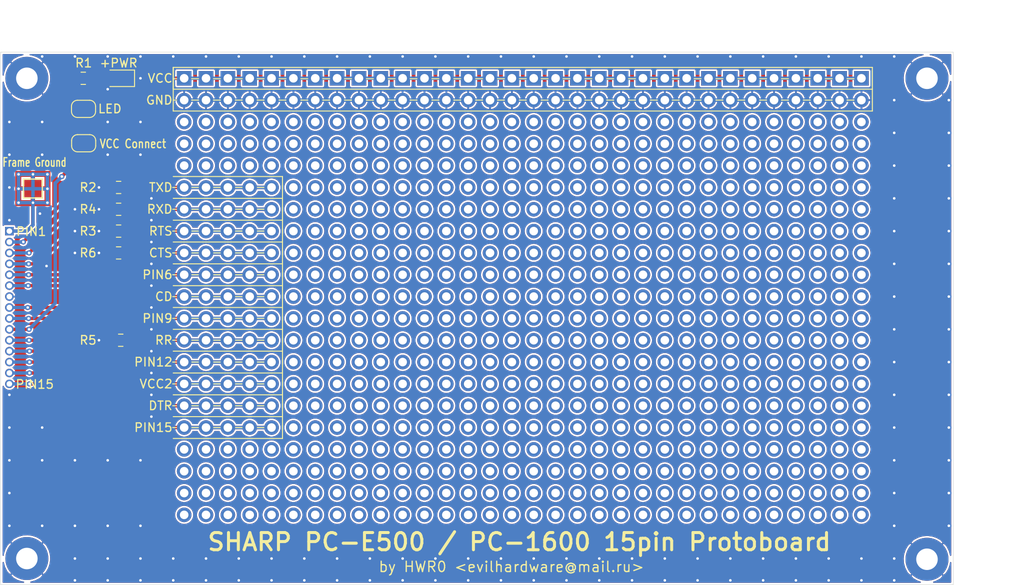
<source format=kicad_pcb>
(kicad_pcb (version 20171130) (host pcbnew "(5.1.6)-1")
  (layers (0 F.Cu signal hide) (31 B.Cu signal hide) (34 B.Paste user) (35 F.Paste user) (36 B.SilkS user) (37 F.SilkS user) (38 B.Mask user) (39 F.Mask user) (44 Edge.Cuts user))
  (net 0 "")
  (net 1 "Net-(D1-Pad2)")
  (net 2 GND)
  (net 3 PIN15)
  (net 4 DTR)
  (net 5 VCC2)
  (net 6 PIN12)
  (net 7 RR)
  (net 8 PIN9)
  (net 9 CD)
  (net 10 PIN6)
  (net 11 CTS)
  (net 12 RTS)
  (net 13 RXD)
  (net 14 TXD)
  (net 15 VCCBoard)
  (net 16 VCC)
  (net 17 FG)
  (net 18 "Net-(JP1-Pad2)")
  (module Connector_PinHeader_1.27mm:PinHeader_1x15_P1.27mm_Vertical_nocrtyrd_noslk (layer F.Cu) (at 111.76 111.76)
    (fp_text reference J33 hide)
    (fp_text value Conn_01x15_Male)
    (pad 1 thru_hole rect (at 0 0) (size 1 1) (drill 0.65) (layers *.Cu *.Mask) (net 17 FG))
    (pad 2 thru_hole oval (at 0 1.27) (size 1 1) (drill 0.65) (layers *.Cu *.Mask) (net 14 TXD))
    (pad 3 thru_hole oval (at 0 2.54) (size 1 1) (drill 0.65) (layers *.Cu *.Mask) (net 13 RXD))
    (pad 4 thru_hole oval (at 0 3.81) (size 1 1) (drill 0.65) (layers *.Cu *.Mask) (net 12 RTS))
    (pad 5 thru_hole oval (at 0 5.08) (size 1 1) (drill 0.65) (layers *.Cu *.Mask) (net 11 CTS))
    (pad 6 thru_hole oval (at 0 6.35) (size 1 1) (drill 0.65) (layers *.Cu *.Mask) (net 10 PIN6))
    (pad 7 thru_hole oval (at 0 7.62) (size 1 1) (drill 0.65) (layers *.Cu *.Mask) (net 2 GND))
    (pad 8 thru_hole oval (at 0 8.89) (size 1 1) (drill 0.65) (layers *.Cu *.Mask) (net 9 CD))
    (pad 9 thru_hole oval (at 0 10.16) (size 1 1) (drill 0.65) (layers *.Cu *.Mask) (net 8 PIN9))
    (pad 10 thru_hole oval (at 0 11.43) (size 1 1) (drill 0.65) (layers *.Cu *.Mask) (net 16 VCC))
    (pad 11 thru_hole oval (at 0 12.7) (size 1 1) (drill 0.65) (layers *.Cu *.Mask) (net 7 RR))
    (pad 12 thru_hole oval (at 0 13.97) (size 1 1) (drill 0.65) (layers *.Cu *.Mask) (net 6 PIN12))
    (pad 13 thru_hole oval (at 0 15.24) (size 1 1) (drill 0.65) (layers *.Cu *.Mask) (net 5 VCC2))
    (pad 14 thru_hole oval (at 0 16.51) (size 1 1) (drill 0.65) (layers *.Cu *.Mask) (net 4 DTR))
    (pad 15 thru_hole oval (at 0 17.78) (size 1 1) (drill 0.65) (layers *.Cu *.Mask) (net 3 PIN15))
  )
  (module Alexx:Pokekon_Soldermask (layer F.Cu) (at 120.904 143.7132)
    (fp_text reference G*** hide)
    (fp_text value LOGO hide)
  )
  (module Alexx:Pokekon_Soldermask (layer B.Cu) (at 120.65 143.7132 180)
    (fp_text reference G*** hide)
    (fp_text value LOGO hide)
  )
  (module Connector_PinHeader_2.54mm:PinHeader_1x21_P2.54mm_Vertical_nocrtyard+justholes (layer F.Cu) (at 210.82 93.98)
    (fp_text reference J32 hide)
    (fp_text value Conn_01x21_Male hide)
    (pad 21 thru_hole oval (at 0 50.8) (size 1.7 1.7) (drill 1) (layers *.Cu *.Mask))
    (pad 20 thru_hole oval (at 0 48.26) (size 1.7 1.7) (drill 1) (layers *.Cu *.Mask))
    (pad 19 thru_hole oval (at 0 45.72) (size 1.7 1.7) (drill 1) (layers *.Cu *.Mask))
    (pad 18 thru_hole oval (at 0 43.18) (size 1.7 1.7) (drill 1) (layers *.Cu *.Mask))
    (pad 17 thru_hole oval (at 0 40.64) (size 1.7 1.7) (drill 1) (layers *.Cu *.Mask))
    (pad 16 thru_hole oval (at 0 38.1) (size 1.7 1.7) (drill 1) (layers *.Cu *.Mask))
    (pad 15 thru_hole oval (at 0 35.56) (size 1.7 1.7) (drill 1) (layers *.Cu *.Mask))
    (pad 14 thru_hole oval (at 0 33.02) (size 1.7 1.7) (drill 1) (layers *.Cu *.Mask))
    (pad 13 thru_hole oval (at 0 30.48) (size 1.7 1.7) (drill 1) (layers *.Cu *.Mask))
    (pad 12 thru_hole oval (at 0 27.94) (size 1.7 1.7) (drill 1) (layers *.Cu *.Mask))
    (pad 11 thru_hole oval (at 0 25.4) (size 1.7 1.7) (drill 1) (layers *.Cu *.Mask))
    (pad 10 thru_hole oval (at 0 22.86) (size 1.7 1.7) (drill 1) (layers *.Cu *.Mask))
    (pad 9 thru_hole oval (at 0 20.32) (size 1.7 1.7) (drill 1) (layers *.Cu *.Mask))
    (pad 8 thru_hole oval (at 0 17.78) (size 1.7 1.7) (drill 1) (layers *.Cu *.Mask))
    (pad 7 thru_hole oval (at 0 15.24) (size 1.7 1.7) (drill 1) (layers *.Cu *.Mask))
    (pad 6 thru_hole oval (at 0 12.7) (size 1.7 1.7) (drill 1) (layers *.Cu *.Mask))
    (pad 5 thru_hole oval (at 0 10.16) (size 1.7 1.7) (drill 1) (layers *.Cu *.Mask))
    (pad 4 thru_hole oval (at 0 7.62) (size 1.7 1.7) (drill 1) (layers *.Cu *.Mask))
    (pad 3 thru_hole oval (at 0 5.08) (size 1.7 1.7) (drill 1) (layers *.Cu *.Mask))
    (pad 2 thru_hole oval (at 0 2.54) (size 1.7 1.7) (drill 1) (layers *.Cu *.Mask) (net 2 GND))
    (pad 1 thru_hole rect (at 0 0) (size 1.7 1.7) (drill 1) (layers *.Cu *.Mask) (net 15 VCCBoard))
  )
  (module Connector_PinHeader_2.54mm:PinHeader_1x21_P2.54mm_Vertical_nocrtyard+justholes (layer F.Cu) (at 208.28 93.98)
    (fp_text reference J31 hide)
    (fp_text value Conn_01x21_Male hide)
    (pad 21 thru_hole oval (at 0 50.8) (size 1.7 1.7) (drill 1) (layers *.Cu *.Mask))
    (pad 20 thru_hole oval (at 0 48.26) (size 1.7 1.7) (drill 1) (layers *.Cu *.Mask))
    (pad 19 thru_hole oval (at 0 45.72) (size 1.7 1.7) (drill 1) (layers *.Cu *.Mask))
    (pad 18 thru_hole oval (at 0 43.18) (size 1.7 1.7) (drill 1) (layers *.Cu *.Mask))
    (pad 17 thru_hole oval (at 0 40.64) (size 1.7 1.7) (drill 1) (layers *.Cu *.Mask))
    (pad 16 thru_hole oval (at 0 38.1) (size 1.7 1.7) (drill 1) (layers *.Cu *.Mask))
    (pad 15 thru_hole oval (at 0 35.56) (size 1.7 1.7) (drill 1) (layers *.Cu *.Mask))
    (pad 14 thru_hole oval (at 0 33.02) (size 1.7 1.7) (drill 1) (layers *.Cu *.Mask))
    (pad 13 thru_hole oval (at 0 30.48) (size 1.7 1.7) (drill 1) (layers *.Cu *.Mask))
    (pad 12 thru_hole oval (at 0 27.94) (size 1.7 1.7) (drill 1) (layers *.Cu *.Mask))
    (pad 11 thru_hole oval (at 0 25.4) (size 1.7 1.7) (drill 1) (layers *.Cu *.Mask))
    (pad 10 thru_hole oval (at 0 22.86) (size 1.7 1.7) (drill 1) (layers *.Cu *.Mask))
    (pad 9 thru_hole oval (at 0 20.32) (size 1.7 1.7) (drill 1) (layers *.Cu *.Mask))
    (pad 8 thru_hole oval (at 0 17.78) (size 1.7 1.7) (drill 1) (layers *.Cu *.Mask))
    (pad 7 thru_hole oval (at 0 15.24) (size 1.7 1.7) (drill 1) (layers *.Cu *.Mask))
    (pad 6 thru_hole oval (at 0 12.7) (size 1.7 1.7) (drill 1) (layers *.Cu *.Mask))
    (pad 5 thru_hole oval (at 0 10.16) (size 1.7 1.7) (drill 1) (layers *.Cu *.Mask))
    (pad 4 thru_hole oval (at 0 7.62) (size 1.7 1.7) (drill 1) (layers *.Cu *.Mask))
    (pad 3 thru_hole oval (at 0 5.08) (size 1.7 1.7) (drill 1) (layers *.Cu *.Mask))
    (pad 2 thru_hole oval (at 0 2.54) (size 1.7 1.7) (drill 1) (layers *.Cu *.Mask) (net 2 GND))
    (pad 1 thru_hole rect (at 0 0) (size 1.7 1.7) (drill 1) (layers *.Cu *.Mask) (net 15 VCCBoard))
  )
  (module Connector_PinHeader_2.54mm:PinHeader_1x21_P2.54mm_Vertical_nocrtyard+justholes (layer F.Cu) (at 205.74 93.98)
    (fp_text reference J30 hide)
    (fp_text value Conn_01x21_Male hide)
    (pad 21 thru_hole oval (at 0 50.8) (size 1.7 1.7) (drill 1) (layers *.Cu *.Mask))
    (pad 20 thru_hole oval (at 0 48.26) (size 1.7 1.7) (drill 1) (layers *.Cu *.Mask))
    (pad 19 thru_hole oval (at 0 45.72) (size 1.7 1.7) (drill 1) (layers *.Cu *.Mask))
    (pad 18 thru_hole oval (at 0 43.18) (size 1.7 1.7) (drill 1) (layers *.Cu *.Mask))
    (pad 17 thru_hole oval (at 0 40.64) (size 1.7 1.7) (drill 1) (layers *.Cu *.Mask))
    (pad 16 thru_hole oval (at 0 38.1) (size 1.7 1.7) (drill 1) (layers *.Cu *.Mask))
    (pad 15 thru_hole oval (at 0 35.56) (size 1.7 1.7) (drill 1) (layers *.Cu *.Mask))
    (pad 14 thru_hole oval (at 0 33.02) (size 1.7 1.7) (drill 1) (layers *.Cu *.Mask))
    (pad 13 thru_hole oval (at 0 30.48) (size 1.7 1.7) (drill 1) (layers *.Cu *.Mask))
    (pad 12 thru_hole oval (at 0 27.94) (size 1.7 1.7) (drill 1) (layers *.Cu *.Mask))
    (pad 11 thru_hole oval (at 0 25.4) (size 1.7 1.7) (drill 1) (layers *.Cu *.Mask))
    (pad 10 thru_hole oval (at 0 22.86) (size 1.7 1.7) (drill 1) (layers *.Cu *.Mask))
    (pad 9 thru_hole oval (at 0 20.32) (size 1.7 1.7) (drill 1) (layers *.Cu *.Mask))
    (pad 8 thru_hole oval (at 0 17.78) (size 1.7 1.7) (drill 1) (layers *.Cu *.Mask))
    (pad 7 thru_hole oval (at 0 15.24) (size 1.7 1.7) (drill 1) (layers *.Cu *.Mask))
    (pad 6 thru_hole oval (at 0 12.7) (size 1.7 1.7) (drill 1) (layers *.Cu *.Mask))
    (pad 5 thru_hole oval (at 0 10.16) (size 1.7 1.7) (drill 1) (layers *.Cu *.Mask))
    (pad 4 thru_hole oval (at 0 7.62) (size 1.7 1.7) (drill 1) (layers *.Cu *.Mask))
    (pad 3 thru_hole oval (at 0 5.08) (size 1.7 1.7) (drill 1) (layers *.Cu *.Mask))
    (pad 2 thru_hole oval (at 0 2.54) (size 1.7 1.7) (drill 1) (layers *.Cu *.Mask) (net 2 GND))
    (pad 1 thru_hole rect (at 0 0) (size 1.7 1.7) (drill 1) (layers *.Cu *.Mask) (net 15 VCCBoard))
  )
  (module Connector_PinHeader_2.54mm:PinHeader_1x21_P2.54mm_Vertical_nocrtyard+justholes (layer F.Cu) (at 203.2 93.98)
    (fp_text reference J29 hide)
    (fp_text value Conn_01x21_Male hide)
    (pad 21 thru_hole oval (at 0 50.8) (size 1.7 1.7) (drill 1) (layers *.Cu *.Mask))
    (pad 20 thru_hole oval (at 0 48.26) (size 1.7 1.7) (drill 1) (layers *.Cu *.Mask))
    (pad 19 thru_hole oval (at 0 45.72) (size 1.7 1.7) (drill 1) (layers *.Cu *.Mask))
    (pad 18 thru_hole oval (at 0 43.18) (size 1.7 1.7) (drill 1) (layers *.Cu *.Mask))
    (pad 17 thru_hole oval (at 0 40.64) (size 1.7 1.7) (drill 1) (layers *.Cu *.Mask))
    (pad 16 thru_hole oval (at 0 38.1) (size 1.7 1.7) (drill 1) (layers *.Cu *.Mask))
    (pad 15 thru_hole oval (at 0 35.56) (size 1.7 1.7) (drill 1) (layers *.Cu *.Mask))
    (pad 14 thru_hole oval (at 0 33.02) (size 1.7 1.7) (drill 1) (layers *.Cu *.Mask))
    (pad 13 thru_hole oval (at 0 30.48) (size 1.7 1.7) (drill 1) (layers *.Cu *.Mask))
    (pad 12 thru_hole oval (at 0 27.94) (size 1.7 1.7) (drill 1) (layers *.Cu *.Mask))
    (pad 11 thru_hole oval (at 0 25.4) (size 1.7 1.7) (drill 1) (layers *.Cu *.Mask))
    (pad 10 thru_hole oval (at 0 22.86) (size 1.7 1.7) (drill 1) (layers *.Cu *.Mask))
    (pad 9 thru_hole oval (at 0 20.32) (size 1.7 1.7) (drill 1) (layers *.Cu *.Mask))
    (pad 8 thru_hole oval (at 0 17.78) (size 1.7 1.7) (drill 1) (layers *.Cu *.Mask))
    (pad 7 thru_hole oval (at 0 15.24) (size 1.7 1.7) (drill 1) (layers *.Cu *.Mask))
    (pad 6 thru_hole oval (at 0 12.7) (size 1.7 1.7) (drill 1) (layers *.Cu *.Mask))
    (pad 5 thru_hole oval (at 0 10.16) (size 1.7 1.7) (drill 1) (layers *.Cu *.Mask))
    (pad 4 thru_hole oval (at 0 7.62) (size 1.7 1.7) (drill 1) (layers *.Cu *.Mask))
    (pad 3 thru_hole oval (at 0 5.08) (size 1.7 1.7) (drill 1) (layers *.Cu *.Mask))
    (pad 2 thru_hole oval (at 0 2.54) (size 1.7 1.7) (drill 1) (layers *.Cu *.Mask) (net 2 GND))
    (pad 1 thru_hole rect (at 0 0) (size 1.7 1.7) (drill 1) (layers *.Cu *.Mask) (net 15 VCCBoard))
  )
  (module Connector_PinHeader_2.54mm:PinHeader_1x21_P2.54mm_Vertical_nocrtyard+justholes (layer F.Cu) (at 200.66 93.98)
    (fp_text reference J28 hide)
    (fp_text value Conn_01x21_Male hide)
    (pad 21 thru_hole oval (at 0 50.8) (size 1.7 1.7) (drill 1) (layers *.Cu *.Mask))
    (pad 20 thru_hole oval (at 0 48.26) (size 1.7 1.7) (drill 1) (layers *.Cu *.Mask))
    (pad 19 thru_hole oval (at 0 45.72) (size 1.7 1.7) (drill 1) (layers *.Cu *.Mask))
    (pad 18 thru_hole oval (at 0 43.18) (size 1.7 1.7) (drill 1) (layers *.Cu *.Mask))
    (pad 17 thru_hole oval (at 0 40.64) (size 1.7 1.7) (drill 1) (layers *.Cu *.Mask))
    (pad 16 thru_hole oval (at 0 38.1) (size 1.7 1.7) (drill 1) (layers *.Cu *.Mask))
    (pad 15 thru_hole oval (at 0 35.56) (size 1.7 1.7) (drill 1) (layers *.Cu *.Mask))
    (pad 14 thru_hole oval (at 0 33.02) (size 1.7 1.7) (drill 1) (layers *.Cu *.Mask))
    (pad 13 thru_hole oval (at 0 30.48) (size 1.7 1.7) (drill 1) (layers *.Cu *.Mask))
    (pad 12 thru_hole oval (at 0 27.94) (size 1.7 1.7) (drill 1) (layers *.Cu *.Mask))
    (pad 11 thru_hole oval (at 0 25.4) (size 1.7 1.7) (drill 1) (layers *.Cu *.Mask))
    (pad 10 thru_hole oval (at 0 22.86) (size 1.7 1.7) (drill 1) (layers *.Cu *.Mask))
    (pad 9 thru_hole oval (at 0 20.32) (size 1.7 1.7) (drill 1) (layers *.Cu *.Mask))
    (pad 8 thru_hole oval (at 0 17.78) (size 1.7 1.7) (drill 1) (layers *.Cu *.Mask))
    (pad 7 thru_hole oval (at 0 15.24) (size 1.7 1.7) (drill 1) (layers *.Cu *.Mask))
    (pad 6 thru_hole oval (at 0 12.7) (size 1.7 1.7) (drill 1) (layers *.Cu *.Mask))
    (pad 5 thru_hole oval (at 0 10.16) (size 1.7 1.7) (drill 1) (layers *.Cu *.Mask))
    (pad 4 thru_hole oval (at 0 7.62) (size 1.7 1.7) (drill 1) (layers *.Cu *.Mask))
    (pad 3 thru_hole oval (at 0 5.08) (size 1.7 1.7) (drill 1) (layers *.Cu *.Mask))
    (pad 2 thru_hole oval (at 0 2.54) (size 1.7 1.7) (drill 1) (layers *.Cu *.Mask) (net 2 GND))
    (pad 1 thru_hole rect (at 0 0) (size 1.7 1.7) (drill 1) (layers *.Cu *.Mask) (net 15 VCCBoard))
  )
  (module Connector_PinHeader_2.54mm:PinHeader_1x21_P2.54mm_Vertical_nocrtyard+justholes (layer F.Cu) (at 198.12 93.98)
    (fp_text reference J27 hide)
    (fp_text value Conn_01x21_Male hide)
    (pad 21 thru_hole oval (at 0 50.8) (size 1.7 1.7) (drill 1) (layers *.Cu *.Mask))
    (pad 20 thru_hole oval (at 0 48.26) (size 1.7 1.7) (drill 1) (layers *.Cu *.Mask))
    (pad 19 thru_hole oval (at 0 45.72) (size 1.7 1.7) (drill 1) (layers *.Cu *.Mask))
    (pad 18 thru_hole oval (at 0 43.18) (size 1.7 1.7) (drill 1) (layers *.Cu *.Mask))
    (pad 17 thru_hole oval (at 0 40.64) (size 1.7 1.7) (drill 1) (layers *.Cu *.Mask))
    (pad 16 thru_hole oval (at 0 38.1) (size 1.7 1.7) (drill 1) (layers *.Cu *.Mask))
    (pad 15 thru_hole oval (at 0 35.56) (size 1.7 1.7) (drill 1) (layers *.Cu *.Mask))
    (pad 14 thru_hole oval (at 0 33.02) (size 1.7 1.7) (drill 1) (layers *.Cu *.Mask))
    (pad 13 thru_hole oval (at 0 30.48) (size 1.7 1.7) (drill 1) (layers *.Cu *.Mask))
    (pad 12 thru_hole oval (at 0 27.94) (size 1.7 1.7) (drill 1) (layers *.Cu *.Mask))
    (pad 11 thru_hole oval (at 0 25.4) (size 1.7 1.7) (drill 1) (layers *.Cu *.Mask))
    (pad 10 thru_hole oval (at 0 22.86) (size 1.7 1.7) (drill 1) (layers *.Cu *.Mask))
    (pad 9 thru_hole oval (at 0 20.32) (size 1.7 1.7) (drill 1) (layers *.Cu *.Mask))
    (pad 8 thru_hole oval (at 0 17.78) (size 1.7 1.7) (drill 1) (layers *.Cu *.Mask))
    (pad 7 thru_hole oval (at 0 15.24) (size 1.7 1.7) (drill 1) (layers *.Cu *.Mask))
    (pad 6 thru_hole oval (at 0 12.7) (size 1.7 1.7) (drill 1) (layers *.Cu *.Mask))
    (pad 5 thru_hole oval (at 0 10.16) (size 1.7 1.7) (drill 1) (layers *.Cu *.Mask))
    (pad 4 thru_hole oval (at 0 7.62) (size 1.7 1.7) (drill 1) (layers *.Cu *.Mask))
    (pad 3 thru_hole oval (at 0 5.08) (size 1.7 1.7) (drill 1) (layers *.Cu *.Mask))
    (pad 2 thru_hole oval (at 0 2.54) (size 1.7 1.7) (drill 1) (layers *.Cu *.Mask) (net 2 GND))
    (pad 1 thru_hole rect (at 0 0) (size 1.7 1.7) (drill 1) (layers *.Cu *.Mask) (net 15 VCCBoard))
  )
  (module Connector_PinHeader_2.54mm:PinHeader_1x21_P2.54mm_Vertical_nocrtyard+justholes (layer F.Cu) (at 195.58 93.98)
    (fp_text reference J26 hide)
    (fp_text value Conn_01x21_Male hide)
    (pad 21 thru_hole oval (at 0 50.8) (size 1.7 1.7) (drill 1) (layers *.Cu *.Mask))
    (pad 20 thru_hole oval (at 0 48.26) (size 1.7 1.7) (drill 1) (layers *.Cu *.Mask))
    (pad 19 thru_hole oval (at 0 45.72) (size 1.7 1.7) (drill 1) (layers *.Cu *.Mask))
    (pad 18 thru_hole oval (at 0 43.18) (size 1.7 1.7) (drill 1) (layers *.Cu *.Mask))
    (pad 17 thru_hole oval (at 0 40.64) (size 1.7 1.7) (drill 1) (layers *.Cu *.Mask))
    (pad 16 thru_hole oval (at 0 38.1) (size 1.7 1.7) (drill 1) (layers *.Cu *.Mask))
    (pad 15 thru_hole oval (at 0 35.56) (size 1.7 1.7) (drill 1) (layers *.Cu *.Mask))
    (pad 14 thru_hole oval (at 0 33.02) (size 1.7 1.7) (drill 1) (layers *.Cu *.Mask))
    (pad 13 thru_hole oval (at 0 30.48) (size 1.7 1.7) (drill 1) (layers *.Cu *.Mask))
    (pad 12 thru_hole oval (at 0 27.94) (size 1.7 1.7) (drill 1) (layers *.Cu *.Mask))
    (pad 11 thru_hole oval (at 0 25.4) (size 1.7 1.7) (drill 1) (layers *.Cu *.Mask))
    (pad 10 thru_hole oval (at 0 22.86) (size 1.7 1.7) (drill 1) (layers *.Cu *.Mask))
    (pad 9 thru_hole oval (at 0 20.32) (size 1.7 1.7) (drill 1) (layers *.Cu *.Mask))
    (pad 8 thru_hole oval (at 0 17.78) (size 1.7 1.7) (drill 1) (layers *.Cu *.Mask))
    (pad 7 thru_hole oval (at 0 15.24) (size 1.7 1.7) (drill 1) (layers *.Cu *.Mask))
    (pad 6 thru_hole oval (at 0 12.7) (size 1.7 1.7) (drill 1) (layers *.Cu *.Mask))
    (pad 5 thru_hole oval (at 0 10.16) (size 1.7 1.7) (drill 1) (layers *.Cu *.Mask))
    (pad 4 thru_hole oval (at 0 7.62) (size 1.7 1.7) (drill 1) (layers *.Cu *.Mask))
    (pad 3 thru_hole oval (at 0 5.08) (size 1.7 1.7) (drill 1) (layers *.Cu *.Mask))
    (pad 2 thru_hole oval (at 0 2.54) (size 1.7 1.7) (drill 1) (layers *.Cu *.Mask) (net 2 GND))
    (pad 1 thru_hole rect (at 0 0) (size 1.7 1.7) (drill 1) (layers *.Cu *.Mask) (net 15 VCCBoard))
  )
  (module Connector_PinHeader_2.54mm:PinHeader_1x21_P2.54mm_Vertical_nocrtyard+justholes (layer F.Cu) (at 193.04 93.98)
    (fp_text reference J25 hide)
    (fp_text value Conn_01x21_Male hide)
    (pad 21 thru_hole oval (at 0 50.8) (size 1.7 1.7) (drill 1) (layers *.Cu *.Mask))
    (pad 20 thru_hole oval (at 0 48.26) (size 1.7 1.7) (drill 1) (layers *.Cu *.Mask))
    (pad 19 thru_hole oval (at 0 45.72) (size 1.7 1.7) (drill 1) (layers *.Cu *.Mask))
    (pad 18 thru_hole oval (at 0 43.18) (size 1.7 1.7) (drill 1) (layers *.Cu *.Mask))
    (pad 17 thru_hole oval (at 0 40.64) (size 1.7 1.7) (drill 1) (layers *.Cu *.Mask))
    (pad 16 thru_hole oval (at 0 38.1) (size 1.7 1.7) (drill 1) (layers *.Cu *.Mask))
    (pad 15 thru_hole oval (at 0 35.56) (size 1.7 1.7) (drill 1) (layers *.Cu *.Mask))
    (pad 14 thru_hole oval (at 0 33.02) (size 1.7 1.7) (drill 1) (layers *.Cu *.Mask))
    (pad 13 thru_hole oval (at 0 30.48) (size 1.7 1.7) (drill 1) (layers *.Cu *.Mask))
    (pad 12 thru_hole oval (at 0 27.94) (size 1.7 1.7) (drill 1) (layers *.Cu *.Mask))
    (pad 11 thru_hole oval (at 0 25.4) (size 1.7 1.7) (drill 1) (layers *.Cu *.Mask))
    (pad 10 thru_hole oval (at 0 22.86) (size 1.7 1.7) (drill 1) (layers *.Cu *.Mask))
    (pad 9 thru_hole oval (at 0 20.32) (size 1.7 1.7) (drill 1) (layers *.Cu *.Mask))
    (pad 8 thru_hole oval (at 0 17.78) (size 1.7 1.7) (drill 1) (layers *.Cu *.Mask))
    (pad 7 thru_hole oval (at 0 15.24) (size 1.7 1.7) (drill 1) (layers *.Cu *.Mask))
    (pad 6 thru_hole oval (at 0 12.7) (size 1.7 1.7) (drill 1) (layers *.Cu *.Mask))
    (pad 5 thru_hole oval (at 0 10.16) (size 1.7 1.7) (drill 1) (layers *.Cu *.Mask))
    (pad 4 thru_hole oval (at 0 7.62) (size 1.7 1.7) (drill 1) (layers *.Cu *.Mask))
    (pad 3 thru_hole oval (at 0 5.08) (size 1.7 1.7) (drill 1) (layers *.Cu *.Mask))
    (pad 2 thru_hole oval (at 0 2.54) (size 1.7 1.7) (drill 1) (layers *.Cu *.Mask) (net 2 GND))
    (pad 1 thru_hole rect (at 0 0) (size 1.7 1.7) (drill 1) (layers *.Cu *.Mask) (net 15 VCCBoard))
  )
  (module Connector_PinHeader_2.54mm:PinHeader_1x21_P2.54mm_Vertical_nocrtyard+justholes (layer F.Cu) (at 190.5 93.98)
    (fp_text reference J24 hide)
    (fp_text value Conn_01x21_Male hide)
    (pad 21 thru_hole oval (at 0 50.8) (size 1.7 1.7) (drill 1) (layers *.Cu *.Mask))
    (pad 20 thru_hole oval (at 0 48.26) (size 1.7 1.7) (drill 1) (layers *.Cu *.Mask))
    (pad 19 thru_hole oval (at 0 45.72) (size 1.7 1.7) (drill 1) (layers *.Cu *.Mask))
    (pad 18 thru_hole oval (at 0 43.18) (size 1.7 1.7) (drill 1) (layers *.Cu *.Mask))
    (pad 17 thru_hole oval (at 0 40.64) (size 1.7 1.7) (drill 1) (layers *.Cu *.Mask))
    (pad 16 thru_hole oval (at 0 38.1) (size 1.7 1.7) (drill 1) (layers *.Cu *.Mask))
    (pad 15 thru_hole oval (at 0 35.56) (size 1.7 1.7) (drill 1) (layers *.Cu *.Mask))
    (pad 14 thru_hole oval (at 0 33.02) (size 1.7 1.7) (drill 1) (layers *.Cu *.Mask))
    (pad 13 thru_hole oval (at 0 30.48) (size 1.7 1.7) (drill 1) (layers *.Cu *.Mask))
    (pad 12 thru_hole oval (at 0 27.94) (size 1.7 1.7) (drill 1) (layers *.Cu *.Mask))
    (pad 11 thru_hole oval (at 0 25.4) (size 1.7 1.7) (drill 1) (layers *.Cu *.Mask))
    (pad 10 thru_hole oval (at 0 22.86) (size 1.7 1.7) (drill 1) (layers *.Cu *.Mask))
    (pad 9 thru_hole oval (at 0 20.32) (size 1.7 1.7) (drill 1) (layers *.Cu *.Mask))
    (pad 8 thru_hole oval (at 0 17.78) (size 1.7 1.7) (drill 1) (layers *.Cu *.Mask))
    (pad 7 thru_hole oval (at 0 15.24) (size 1.7 1.7) (drill 1) (layers *.Cu *.Mask))
    (pad 6 thru_hole oval (at 0 12.7) (size 1.7 1.7) (drill 1) (layers *.Cu *.Mask))
    (pad 5 thru_hole oval (at 0 10.16) (size 1.7 1.7) (drill 1) (layers *.Cu *.Mask))
    (pad 4 thru_hole oval (at 0 7.62) (size 1.7 1.7) (drill 1) (layers *.Cu *.Mask))
    (pad 3 thru_hole oval (at 0 5.08) (size 1.7 1.7) (drill 1) (layers *.Cu *.Mask))
    (pad 2 thru_hole oval (at 0 2.54) (size 1.7 1.7) (drill 1) (layers *.Cu *.Mask) (net 2 GND))
    (pad 1 thru_hole rect (at 0 0) (size 1.7 1.7) (drill 1) (layers *.Cu *.Mask) (net 15 VCCBoard))
  )
  (module Connector_PinHeader_2.54mm:PinHeader_1x21_P2.54mm_Vertical_nocrtyard+justholes (layer F.Cu) (at 187.96 93.98)
    (fp_text reference J23 hide)
    (fp_text value Conn_01x21_Male hide)
    (pad 21 thru_hole oval (at 0 50.8) (size 1.7 1.7) (drill 1) (layers *.Cu *.Mask))
    (pad 20 thru_hole oval (at 0 48.26) (size 1.7 1.7) (drill 1) (layers *.Cu *.Mask))
    (pad 19 thru_hole oval (at 0 45.72) (size 1.7 1.7) (drill 1) (layers *.Cu *.Mask))
    (pad 18 thru_hole oval (at 0 43.18) (size 1.7 1.7) (drill 1) (layers *.Cu *.Mask))
    (pad 17 thru_hole oval (at 0 40.64) (size 1.7 1.7) (drill 1) (layers *.Cu *.Mask))
    (pad 16 thru_hole oval (at 0 38.1) (size 1.7 1.7) (drill 1) (layers *.Cu *.Mask))
    (pad 15 thru_hole oval (at 0 35.56) (size 1.7 1.7) (drill 1) (layers *.Cu *.Mask))
    (pad 14 thru_hole oval (at 0 33.02) (size 1.7 1.7) (drill 1) (layers *.Cu *.Mask))
    (pad 13 thru_hole oval (at 0 30.48) (size 1.7 1.7) (drill 1) (layers *.Cu *.Mask))
    (pad 12 thru_hole oval (at 0 27.94) (size 1.7 1.7) (drill 1) (layers *.Cu *.Mask))
    (pad 11 thru_hole oval (at 0 25.4) (size 1.7 1.7) (drill 1) (layers *.Cu *.Mask))
    (pad 10 thru_hole oval (at 0 22.86) (size 1.7 1.7) (drill 1) (layers *.Cu *.Mask))
    (pad 9 thru_hole oval (at 0 20.32) (size 1.7 1.7) (drill 1) (layers *.Cu *.Mask))
    (pad 8 thru_hole oval (at 0 17.78) (size 1.7 1.7) (drill 1) (layers *.Cu *.Mask))
    (pad 7 thru_hole oval (at 0 15.24) (size 1.7 1.7) (drill 1) (layers *.Cu *.Mask))
    (pad 6 thru_hole oval (at 0 12.7) (size 1.7 1.7) (drill 1) (layers *.Cu *.Mask))
    (pad 5 thru_hole oval (at 0 10.16) (size 1.7 1.7) (drill 1) (layers *.Cu *.Mask))
    (pad 4 thru_hole oval (at 0 7.62) (size 1.7 1.7) (drill 1) (layers *.Cu *.Mask))
    (pad 3 thru_hole oval (at 0 5.08) (size 1.7 1.7) (drill 1) (layers *.Cu *.Mask))
    (pad 2 thru_hole oval (at 0 2.54) (size 1.7 1.7) (drill 1) (layers *.Cu *.Mask) (net 2 GND))
    (pad 1 thru_hole rect (at 0 0) (size 1.7 1.7) (drill 1) (layers *.Cu *.Mask) (net 15 VCCBoard))
  )
  (module Connector_PinHeader_2.54mm:PinHeader_1x21_P2.54mm_Vertical_nocrtyard+justholes (layer F.Cu) (at 185.42 93.98)
    (fp_text reference J22 hide)
    (fp_text value Conn_01x21_Male hide)
    (pad 21 thru_hole oval (at 0 50.8) (size 1.7 1.7) (drill 1) (layers *.Cu *.Mask))
    (pad 20 thru_hole oval (at 0 48.26) (size 1.7 1.7) (drill 1) (layers *.Cu *.Mask))
    (pad 19 thru_hole oval (at 0 45.72) (size 1.7 1.7) (drill 1) (layers *.Cu *.Mask))
    (pad 18 thru_hole oval (at 0 43.18) (size 1.7 1.7) (drill 1) (layers *.Cu *.Mask))
    (pad 17 thru_hole oval (at 0 40.64) (size 1.7 1.7) (drill 1) (layers *.Cu *.Mask))
    (pad 16 thru_hole oval (at 0 38.1) (size 1.7 1.7) (drill 1) (layers *.Cu *.Mask))
    (pad 15 thru_hole oval (at 0 35.56) (size 1.7 1.7) (drill 1) (layers *.Cu *.Mask))
    (pad 14 thru_hole oval (at 0 33.02) (size 1.7 1.7) (drill 1) (layers *.Cu *.Mask))
    (pad 13 thru_hole oval (at 0 30.48) (size 1.7 1.7) (drill 1) (layers *.Cu *.Mask))
    (pad 12 thru_hole oval (at 0 27.94) (size 1.7 1.7) (drill 1) (layers *.Cu *.Mask))
    (pad 11 thru_hole oval (at 0 25.4) (size 1.7 1.7) (drill 1) (layers *.Cu *.Mask))
    (pad 10 thru_hole oval (at 0 22.86) (size 1.7 1.7) (drill 1) (layers *.Cu *.Mask))
    (pad 9 thru_hole oval (at 0 20.32) (size 1.7 1.7) (drill 1) (layers *.Cu *.Mask))
    (pad 8 thru_hole oval (at 0 17.78) (size 1.7 1.7) (drill 1) (layers *.Cu *.Mask))
    (pad 7 thru_hole oval (at 0 15.24) (size 1.7 1.7) (drill 1) (layers *.Cu *.Mask))
    (pad 6 thru_hole oval (at 0 12.7) (size 1.7 1.7) (drill 1) (layers *.Cu *.Mask))
    (pad 5 thru_hole oval (at 0 10.16) (size 1.7 1.7) (drill 1) (layers *.Cu *.Mask))
    (pad 4 thru_hole oval (at 0 7.62) (size 1.7 1.7) (drill 1) (layers *.Cu *.Mask))
    (pad 3 thru_hole oval (at 0 5.08) (size 1.7 1.7) (drill 1) (layers *.Cu *.Mask))
    (pad 2 thru_hole oval (at 0 2.54) (size 1.7 1.7) (drill 1) (layers *.Cu *.Mask) (net 2 GND))
    (pad 1 thru_hole rect (at 0 0) (size 1.7 1.7) (drill 1) (layers *.Cu *.Mask) (net 15 VCCBoard))
  )
  (module Connector_PinHeader_2.54mm:PinHeader_1x21_P2.54mm_Vertical_nocrtyard+justholes (layer F.Cu) (at 182.88 93.98)
    (fp_text reference J21 hide)
    (fp_text value Conn_01x21_Male hide)
    (pad 21 thru_hole oval (at 0 50.8) (size 1.7 1.7) (drill 1) (layers *.Cu *.Mask))
    (pad 20 thru_hole oval (at 0 48.26) (size 1.7 1.7) (drill 1) (layers *.Cu *.Mask))
    (pad 19 thru_hole oval (at 0 45.72) (size 1.7 1.7) (drill 1) (layers *.Cu *.Mask))
    (pad 18 thru_hole oval (at 0 43.18) (size 1.7 1.7) (drill 1) (layers *.Cu *.Mask))
    (pad 17 thru_hole oval (at 0 40.64) (size 1.7 1.7) (drill 1) (layers *.Cu *.Mask))
    (pad 16 thru_hole oval (at 0 38.1) (size 1.7 1.7) (drill 1) (layers *.Cu *.Mask))
    (pad 15 thru_hole oval (at 0 35.56) (size 1.7 1.7) (drill 1) (layers *.Cu *.Mask))
    (pad 14 thru_hole oval (at 0 33.02) (size 1.7 1.7) (drill 1) (layers *.Cu *.Mask))
    (pad 13 thru_hole oval (at 0 30.48) (size 1.7 1.7) (drill 1) (layers *.Cu *.Mask))
    (pad 12 thru_hole oval (at 0 27.94) (size 1.7 1.7) (drill 1) (layers *.Cu *.Mask))
    (pad 11 thru_hole oval (at 0 25.4) (size 1.7 1.7) (drill 1) (layers *.Cu *.Mask))
    (pad 10 thru_hole oval (at 0 22.86) (size 1.7 1.7) (drill 1) (layers *.Cu *.Mask))
    (pad 9 thru_hole oval (at 0 20.32) (size 1.7 1.7) (drill 1) (layers *.Cu *.Mask))
    (pad 8 thru_hole oval (at 0 17.78) (size 1.7 1.7) (drill 1) (layers *.Cu *.Mask))
    (pad 7 thru_hole oval (at 0 15.24) (size 1.7 1.7) (drill 1) (layers *.Cu *.Mask))
    (pad 6 thru_hole oval (at 0 12.7) (size 1.7 1.7) (drill 1) (layers *.Cu *.Mask))
    (pad 5 thru_hole oval (at 0 10.16) (size 1.7 1.7) (drill 1) (layers *.Cu *.Mask))
    (pad 4 thru_hole oval (at 0 7.62) (size 1.7 1.7) (drill 1) (layers *.Cu *.Mask))
    (pad 3 thru_hole oval (at 0 5.08) (size 1.7 1.7) (drill 1) (layers *.Cu *.Mask))
    (pad 2 thru_hole oval (at 0 2.54) (size 1.7 1.7) (drill 1) (layers *.Cu *.Mask) (net 2 GND))
    (pad 1 thru_hole rect (at 0 0) (size 1.7 1.7) (drill 1) (layers *.Cu *.Mask) (net 15 VCCBoard))
  )
  (module Connector_PinHeader_2.54mm:PinHeader_1x21_P2.54mm_Vertical_nocrtyard+justholes (layer F.Cu) (at 180.34 93.98)
    (fp_text reference J20 hide)
    (fp_text value Conn_01x21_Male hide)
    (pad 21 thru_hole oval (at 0 50.8) (size 1.7 1.7) (drill 1) (layers *.Cu *.Mask))
    (pad 20 thru_hole oval (at 0 48.26) (size 1.7 1.7) (drill 1) (layers *.Cu *.Mask))
    (pad 19 thru_hole oval (at 0 45.72) (size 1.7 1.7) (drill 1) (layers *.Cu *.Mask))
    (pad 18 thru_hole oval (at 0 43.18) (size 1.7 1.7) (drill 1) (layers *.Cu *.Mask))
    (pad 17 thru_hole oval (at 0 40.64) (size 1.7 1.7) (drill 1) (layers *.Cu *.Mask))
    (pad 16 thru_hole oval (at 0 38.1) (size 1.7 1.7) (drill 1) (layers *.Cu *.Mask))
    (pad 15 thru_hole oval (at 0 35.56) (size 1.7 1.7) (drill 1) (layers *.Cu *.Mask))
    (pad 14 thru_hole oval (at 0 33.02) (size 1.7 1.7) (drill 1) (layers *.Cu *.Mask))
    (pad 13 thru_hole oval (at 0 30.48) (size 1.7 1.7) (drill 1) (layers *.Cu *.Mask))
    (pad 12 thru_hole oval (at 0 27.94) (size 1.7 1.7) (drill 1) (layers *.Cu *.Mask))
    (pad 11 thru_hole oval (at 0 25.4) (size 1.7 1.7) (drill 1) (layers *.Cu *.Mask))
    (pad 10 thru_hole oval (at 0 22.86) (size 1.7 1.7) (drill 1) (layers *.Cu *.Mask))
    (pad 9 thru_hole oval (at 0 20.32) (size 1.7 1.7) (drill 1) (layers *.Cu *.Mask))
    (pad 8 thru_hole oval (at 0 17.78) (size 1.7 1.7) (drill 1) (layers *.Cu *.Mask))
    (pad 7 thru_hole oval (at 0 15.24) (size 1.7 1.7) (drill 1) (layers *.Cu *.Mask))
    (pad 6 thru_hole oval (at 0 12.7) (size 1.7 1.7) (drill 1) (layers *.Cu *.Mask))
    (pad 5 thru_hole oval (at 0 10.16) (size 1.7 1.7) (drill 1) (layers *.Cu *.Mask))
    (pad 4 thru_hole oval (at 0 7.62) (size 1.7 1.7) (drill 1) (layers *.Cu *.Mask))
    (pad 3 thru_hole oval (at 0 5.08) (size 1.7 1.7) (drill 1) (layers *.Cu *.Mask))
    (pad 2 thru_hole oval (at 0 2.54) (size 1.7 1.7) (drill 1) (layers *.Cu *.Mask) (net 2 GND))
    (pad 1 thru_hole rect (at 0 0) (size 1.7 1.7) (drill 1) (layers *.Cu *.Mask) (net 15 VCCBoard))
  )
  (module Connector_PinHeader_2.54mm:PinHeader_1x21_P2.54mm_Vertical_nocrtyard+justholes (layer F.Cu) (at 177.8 93.98)
    (fp_text reference J19 hide)
    (fp_text value Conn_01x21_Male hide)
    (pad 21 thru_hole oval (at 0 50.8) (size 1.7 1.7) (drill 1) (layers *.Cu *.Mask))
    (pad 20 thru_hole oval (at 0 48.26) (size 1.7 1.7) (drill 1) (layers *.Cu *.Mask))
    (pad 19 thru_hole oval (at 0 45.72) (size 1.7 1.7) (drill 1) (layers *.Cu *.Mask))
    (pad 18 thru_hole oval (at 0 43.18) (size 1.7 1.7) (drill 1) (layers *.Cu *.Mask))
    (pad 17 thru_hole oval (at 0 40.64) (size 1.7 1.7) (drill 1) (layers *.Cu *.Mask))
    (pad 16 thru_hole oval (at 0 38.1) (size 1.7 1.7) (drill 1) (layers *.Cu *.Mask))
    (pad 15 thru_hole oval (at 0 35.56) (size 1.7 1.7) (drill 1) (layers *.Cu *.Mask))
    (pad 14 thru_hole oval (at 0 33.02) (size 1.7 1.7) (drill 1) (layers *.Cu *.Mask))
    (pad 13 thru_hole oval (at 0 30.48) (size 1.7 1.7) (drill 1) (layers *.Cu *.Mask))
    (pad 12 thru_hole oval (at 0 27.94) (size 1.7 1.7) (drill 1) (layers *.Cu *.Mask))
    (pad 11 thru_hole oval (at 0 25.4) (size 1.7 1.7) (drill 1) (layers *.Cu *.Mask))
    (pad 10 thru_hole oval (at 0 22.86) (size 1.7 1.7) (drill 1) (layers *.Cu *.Mask))
    (pad 9 thru_hole oval (at 0 20.32) (size 1.7 1.7) (drill 1) (layers *.Cu *.Mask))
    (pad 8 thru_hole oval (at 0 17.78) (size 1.7 1.7) (drill 1) (layers *.Cu *.Mask))
    (pad 7 thru_hole oval (at 0 15.24) (size 1.7 1.7) (drill 1) (layers *.Cu *.Mask))
    (pad 6 thru_hole oval (at 0 12.7) (size 1.7 1.7) (drill 1) (layers *.Cu *.Mask))
    (pad 5 thru_hole oval (at 0 10.16) (size 1.7 1.7) (drill 1) (layers *.Cu *.Mask))
    (pad 4 thru_hole oval (at 0 7.62) (size 1.7 1.7) (drill 1) (layers *.Cu *.Mask))
    (pad 3 thru_hole oval (at 0 5.08) (size 1.7 1.7) (drill 1) (layers *.Cu *.Mask))
    (pad 2 thru_hole oval (at 0 2.54) (size 1.7 1.7) (drill 1) (layers *.Cu *.Mask) (net 2 GND))
    (pad 1 thru_hole rect (at 0 0) (size 1.7 1.7) (drill 1) (layers *.Cu *.Mask) (net 15 VCCBoard))
  )
  (module Connector_PinHeader_2.54mm:PinHeader_1x21_P2.54mm_Vertical_nocrtyard+justholes (layer F.Cu) (at 175.26 93.98)
    (fp_text reference J18 hide)
    (fp_text value Conn_01x21_Male hide)
    (pad 21 thru_hole oval (at 0 50.8) (size 1.7 1.7) (drill 1) (layers *.Cu *.Mask))
    (pad 20 thru_hole oval (at 0 48.26) (size 1.7 1.7) (drill 1) (layers *.Cu *.Mask))
    (pad 19 thru_hole oval (at 0 45.72) (size 1.7 1.7) (drill 1) (layers *.Cu *.Mask))
    (pad 18 thru_hole oval (at 0 43.18) (size 1.7 1.7) (drill 1) (layers *.Cu *.Mask))
    (pad 17 thru_hole oval (at 0 40.64) (size 1.7 1.7) (drill 1) (layers *.Cu *.Mask))
    (pad 16 thru_hole oval (at 0 38.1) (size 1.7 1.7) (drill 1) (layers *.Cu *.Mask))
    (pad 15 thru_hole oval (at 0 35.56) (size 1.7 1.7) (drill 1) (layers *.Cu *.Mask))
    (pad 14 thru_hole oval (at 0 33.02) (size 1.7 1.7) (drill 1) (layers *.Cu *.Mask))
    (pad 13 thru_hole oval (at 0 30.48) (size 1.7 1.7) (drill 1) (layers *.Cu *.Mask))
    (pad 12 thru_hole oval (at 0 27.94) (size 1.7 1.7) (drill 1) (layers *.Cu *.Mask))
    (pad 11 thru_hole oval (at 0 25.4) (size 1.7 1.7) (drill 1) (layers *.Cu *.Mask))
    (pad 10 thru_hole oval (at 0 22.86) (size 1.7 1.7) (drill 1) (layers *.Cu *.Mask))
    (pad 9 thru_hole oval (at 0 20.32) (size 1.7 1.7) (drill 1) (layers *.Cu *.Mask))
    (pad 8 thru_hole oval (at 0 17.78) (size 1.7 1.7) (drill 1) (layers *.Cu *.Mask))
    (pad 7 thru_hole oval (at 0 15.24) (size 1.7 1.7) (drill 1) (layers *.Cu *.Mask))
    (pad 6 thru_hole oval (at 0 12.7) (size 1.7 1.7) (drill 1) (layers *.Cu *.Mask))
    (pad 5 thru_hole oval (at 0 10.16) (size 1.7 1.7) (drill 1) (layers *.Cu *.Mask))
    (pad 4 thru_hole oval (at 0 7.62) (size 1.7 1.7) (drill 1) (layers *.Cu *.Mask))
    (pad 3 thru_hole oval (at 0 5.08) (size 1.7 1.7) (drill 1) (layers *.Cu *.Mask))
    (pad 2 thru_hole oval (at 0 2.54) (size 1.7 1.7) (drill 1) (layers *.Cu *.Mask) (net 2 GND))
    (pad 1 thru_hole rect (at 0 0) (size 1.7 1.7) (drill 1) (layers *.Cu *.Mask) (net 15 VCCBoard))
  )
  (module Connector_PinHeader_2.54mm:PinHeader_1x21_P2.54mm_Vertical_nocrtyard+justholes (layer F.Cu) (at 172.72 93.98)
    (fp_text reference J17 hide)
    (fp_text value Conn_01x21_Male hide)
    (pad 21 thru_hole oval (at 0 50.8) (size 1.7 1.7) (drill 1) (layers *.Cu *.Mask))
    (pad 20 thru_hole oval (at 0 48.26) (size 1.7 1.7) (drill 1) (layers *.Cu *.Mask))
    (pad 19 thru_hole oval (at 0 45.72) (size 1.7 1.7) (drill 1) (layers *.Cu *.Mask))
    (pad 18 thru_hole oval (at 0 43.18) (size 1.7 1.7) (drill 1) (layers *.Cu *.Mask))
    (pad 17 thru_hole oval (at 0 40.64) (size 1.7 1.7) (drill 1) (layers *.Cu *.Mask))
    (pad 16 thru_hole oval (at 0 38.1) (size 1.7 1.7) (drill 1) (layers *.Cu *.Mask))
    (pad 15 thru_hole oval (at 0 35.56) (size 1.7 1.7) (drill 1) (layers *.Cu *.Mask))
    (pad 14 thru_hole oval (at 0 33.02) (size 1.7 1.7) (drill 1) (layers *.Cu *.Mask))
    (pad 13 thru_hole oval (at 0 30.48) (size 1.7 1.7) (drill 1) (layers *.Cu *.Mask))
    (pad 12 thru_hole oval (at 0 27.94) (size 1.7 1.7) (drill 1) (layers *.Cu *.Mask))
    (pad 11 thru_hole oval (at 0 25.4) (size 1.7 1.7) (drill 1) (layers *.Cu *.Mask))
    (pad 10 thru_hole oval (at 0 22.86) (size 1.7 1.7) (drill 1) (layers *.Cu *.Mask))
    (pad 9 thru_hole oval (at 0 20.32) (size 1.7 1.7) (drill 1) (layers *.Cu *.Mask))
    (pad 8 thru_hole oval (at 0 17.78) (size 1.7 1.7) (drill 1) (layers *.Cu *.Mask))
    (pad 7 thru_hole oval (at 0 15.24) (size 1.7 1.7) (drill 1) (layers *.Cu *.Mask))
    (pad 6 thru_hole oval (at 0 12.7) (size 1.7 1.7) (drill 1) (layers *.Cu *.Mask))
    (pad 5 thru_hole oval (at 0 10.16) (size 1.7 1.7) (drill 1) (layers *.Cu *.Mask))
    (pad 4 thru_hole oval (at 0 7.62) (size 1.7 1.7) (drill 1) (layers *.Cu *.Mask))
    (pad 3 thru_hole oval (at 0 5.08) (size 1.7 1.7) (drill 1) (layers *.Cu *.Mask))
    (pad 2 thru_hole oval (at 0 2.54) (size 1.7 1.7) (drill 1) (layers *.Cu *.Mask) (net 2 GND))
    (pad 1 thru_hole rect (at 0 0) (size 1.7 1.7) (drill 1) (layers *.Cu *.Mask) (net 15 VCCBoard))
  )
  (module Connector_PinHeader_2.54mm:PinHeader_1x21_P2.54mm_Vertical_nocrtyard+justholes (layer F.Cu) (at 170.18 93.98)
    (fp_text reference J16 hide)
    (fp_text value Conn_01x21_Male hide)
    (pad 21 thru_hole oval (at 0 50.8) (size 1.7 1.7) (drill 1) (layers *.Cu *.Mask))
    (pad 20 thru_hole oval (at 0 48.26) (size 1.7 1.7) (drill 1) (layers *.Cu *.Mask))
    (pad 19 thru_hole oval (at 0 45.72) (size 1.7 1.7) (drill 1) (layers *.Cu *.Mask))
    (pad 18 thru_hole oval (at 0 43.18) (size 1.7 1.7) (drill 1) (layers *.Cu *.Mask))
    (pad 17 thru_hole oval (at 0 40.64) (size 1.7 1.7) (drill 1) (layers *.Cu *.Mask))
    (pad 16 thru_hole oval (at 0 38.1) (size 1.7 1.7) (drill 1) (layers *.Cu *.Mask))
    (pad 15 thru_hole oval (at 0 35.56) (size 1.7 1.7) (drill 1) (layers *.Cu *.Mask))
    (pad 14 thru_hole oval (at 0 33.02) (size 1.7 1.7) (drill 1) (layers *.Cu *.Mask))
    (pad 13 thru_hole oval (at 0 30.48) (size 1.7 1.7) (drill 1) (layers *.Cu *.Mask))
    (pad 12 thru_hole oval (at 0 27.94) (size 1.7 1.7) (drill 1) (layers *.Cu *.Mask))
    (pad 11 thru_hole oval (at 0 25.4) (size 1.7 1.7) (drill 1) (layers *.Cu *.Mask))
    (pad 10 thru_hole oval (at 0 22.86) (size 1.7 1.7) (drill 1) (layers *.Cu *.Mask))
    (pad 9 thru_hole oval (at 0 20.32) (size 1.7 1.7) (drill 1) (layers *.Cu *.Mask))
    (pad 8 thru_hole oval (at 0 17.78) (size 1.7 1.7) (drill 1) (layers *.Cu *.Mask))
    (pad 7 thru_hole oval (at 0 15.24) (size 1.7 1.7) (drill 1) (layers *.Cu *.Mask))
    (pad 6 thru_hole oval (at 0 12.7) (size 1.7 1.7) (drill 1) (layers *.Cu *.Mask))
    (pad 5 thru_hole oval (at 0 10.16) (size 1.7 1.7) (drill 1) (layers *.Cu *.Mask))
    (pad 4 thru_hole oval (at 0 7.62) (size 1.7 1.7) (drill 1) (layers *.Cu *.Mask))
    (pad 3 thru_hole oval (at 0 5.08) (size 1.7 1.7) (drill 1) (layers *.Cu *.Mask))
    (pad 2 thru_hole oval (at 0 2.54) (size 1.7 1.7) (drill 1) (layers *.Cu *.Mask) (net 2 GND))
    (pad 1 thru_hole rect (at 0 0) (size 1.7 1.7) (drill 1) (layers *.Cu *.Mask) (net 15 VCCBoard))
  )
  (module Connector_PinHeader_2.54mm:PinHeader_1x21_P2.54mm_Vertical_nocrtyard+justholes (layer F.Cu) (at 167.64 93.98)
    (fp_text reference J15 hide)
    (fp_text value Conn_01x21_Male hide)
    (pad 21 thru_hole oval (at 0 50.8) (size 1.7 1.7) (drill 1) (layers *.Cu *.Mask))
    (pad 20 thru_hole oval (at 0 48.26) (size 1.7 1.7) (drill 1) (layers *.Cu *.Mask))
    (pad 19 thru_hole oval (at 0 45.72) (size 1.7 1.7) (drill 1) (layers *.Cu *.Mask))
    (pad 18 thru_hole oval (at 0 43.18) (size 1.7 1.7) (drill 1) (layers *.Cu *.Mask))
    (pad 17 thru_hole oval (at 0 40.64) (size 1.7 1.7) (drill 1) (layers *.Cu *.Mask))
    (pad 16 thru_hole oval (at 0 38.1) (size 1.7 1.7) (drill 1) (layers *.Cu *.Mask))
    (pad 15 thru_hole oval (at 0 35.56) (size 1.7 1.7) (drill 1) (layers *.Cu *.Mask))
    (pad 14 thru_hole oval (at 0 33.02) (size 1.7 1.7) (drill 1) (layers *.Cu *.Mask))
    (pad 13 thru_hole oval (at 0 30.48) (size 1.7 1.7) (drill 1) (layers *.Cu *.Mask))
    (pad 12 thru_hole oval (at 0 27.94) (size 1.7 1.7) (drill 1) (layers *.Cu *.Mask))
    (pad 11 thru_hole oval (at 0 25.4) (size 1.7 1.7) (drill 1) (layers *.Cu *.Mask))
    (pad 10 thru_hole oval (at 0 22.86) (size 1.7 1.7) (drill 1) (layers *.Cu *.Mask))
    (pad 9 thru_hole oval (at 0 20.32) (size 1.7 1.7) (drill 1) (layers *.Cu *.Mask))
    (pad 8 thru_hole oval (at 0 17.78) (size 1.7 1.7) (drill 1) (layers *.Cu *.Mask))
    (pad 7 thru_hole oval (at 0 15.24) (size 1.7 1.7) (drill 1) (layers *.Cu *.Mask))
    (pad 6 thru_hole oval (at 0 12.7) (size 1.7 1.7) (drill 1) (layers *.Cu *.Mask))
    (pad 5 thru_hole oval (at 0 10.16) (size 1.7 1.7) (drill 1) (layers *.Cu *.Mask))
    (pad 4 thru_hole oval (at 0 7.62) (size 1.7 1.7) (drill 1) (layers *.Cu *.Mask))
    (pad 3 thru_hole oval (at 0 5.08) (size 1.7 1.7) (drill 1) (layers *.Cu *.Mask))
    (pad 2 thru_hole oval (at 0 2.54) (size 1.7 1.7) (drill 1) (layers *.Cu *.Mask) (net 2 GND))
    (pad 1 thru_hole rect (at 0 0) (size 1.7 1.7) (drill 1) (layers *.Cu *.Mask) (net 15 VCCBoard))
  )
  (module Connector_PinHeader_2.54mm:PinHeader_1x21_P2.54mm_Vertical_nocrtyard+justholes (layer F.Cu) (at 165.1 93.98)
    (fp_text reference J14 hide)
    (fp_text value Conn_01x21_Male hide)
    (pad 21 thru_hole oval (at 0 50.8) (size 1.7 1.7) (drill 1) (layers *.Cu *.Mask))
    (pad 20 thru_hole oval (at 0 48.26) (size 1.7 1.7) (drill 1) (layers *.Cu *.Mask))
    (pad 19 thru_hole oval (at 0 45.72) (size 1.7 1.7) (drill 1) (layers *.Cu *.Mask))
    (pad 18 thru_hole oval (at 0 43.18) (size 1.7 1.7) (drill 1) (layers *.Cu *.Mask))
    (pad 17 thru_hole oval (at 0 40.64) (size 1.7 1.7) (drill 1) (layers *.Cu *.Mask))
    (pad 16 thru_hole oval (at 0 38.1) (size 1.7 1.7) (drill 1) (layers *.Cu *.Mask))
    (pad 15 thru_hole oval (at 0 35.56) (size 1.7 1.7) (drill 1) (layers *.Cu *.Mask))
    (pad 14 thru_hole oval (at 0 33.02) (size 1.7 1.7) (drill 1) (layers *.Cu *.Mask))
    (pad 13 thru_hole oval (at 0 30.48) (size 1.7 1.7) (drill 1) (layers *.Cu *.Mask))
    (pad 12 thru_hole oval (at 0 27.94) (size 1.7 1.7) (drill 1) (layers *.Cu *.Mask))
    (pad 11 thru_hole oval (at 0 25.4) (size 1.7 1.7) (drill 1) (layers *.Cu *.Mask))
    (pad 10 thru_hole oval (at 0 22.86) (size 1.7 1.7) (drill 1) (layers *.Cu *.Mask))
    (pad 9 thru_hole oval (at 0 20.32) (size 1.7 1.7) (drill 1) (layers *.Cu *.Mask))
    (pad 8 thru_hole oval (at 0 17.78) (size 1.7 1.7) (drill 1) (layers *.Cu *.Mask))
    (pad 7 thru_hole oval (at 0 15.24) (size 1.7 1.7) (drill 1) (layers *.Cu *.Mask))
    (pad 6 thru_hole oval (at 0 12.7) (size 1.7 1.7) (drill 1) (layers *.Cu *.Mask))
    (pad 5 thru_hole oval (at 0 10.16) (size 1.7 1.7) (drill 1) (layers *.Cu *.Mask))
    (pad 4 thru_hole oval (at 0 7.62) (size 1.7 1.7) (drill 1) (layers *.Cu *.Mask))
    (pad 3 thru_hole oval (at 0 5.08) (size 1.7 1.7) (drill 1) (layers *.Cu *.Mask))
    (pad 2 thru_hole oval (at 0 2.54) (size 1.7 1.7) (drill 1) (layers *.Cu *.Mask) (net 2 GND))
    (pad 1 thru_hole rect (at 0 0) (size 1.7 1.7) (drill 1) (layers *.Cu *.Mask) (net 15 VCCBoard))
  )
  (module Connector_PinHeader_2.54mm:PinHeader_1x21_P2.54mm_Vertical_nocrtyard+justholes (layer F.Cu) (at 162.56 93.98)
    (fp_text reference J13 hide)
    (fp_text value Conn_01x21_Male hide)
    (pad 21 thru_hole oval (at 0 50.8) (size 1.7 1.7) (drill 1) (layers *.Cu *.Mask))
    (pad 20 thru_hole oval (at 0 48.26) (size 1.7 1.7) (drill 1) (layers *.Cu *.Mask))
    (pad 19 thru_hole oval (at 0 45.72) (size 1.7 1.7) (drill 1) (layers *.Cu *.Mask))
    (pad 18 thru_hole oval (at 0 43.18) (size 1.7 1.7) (drill 1) (layers *.Cu *.Mask))
    (pad 17 thru_hole oval (at 0 40.64) (size 1.7 1.7) (drill 1) (layers *.Cu *.Mask))
    (pad 16 thru_hole oval (at 0 38.1) (size 1.7 1.7) (drill 1) (layers *.Cu *.Mask))
    (pad 15 thru_hole oval (at 0 35.56) (size 1.7 1.7) (drill 1) (layers *.Cu *.Mask))
    (pad 14 thru_hole oval (at 0 33.02) (size 1.7 1.7) (drill 1) (layers *.Cu *.Mask))
    (pad 13 thru_hole oval (at 0 30.48) (size 1.7 1.7) (drill 1) (layers *.Cu *.Mask))
    (pad 12 thru_hole oval (at 0 27.94) (size 1.7 1.7) (drill 1) (layers *.Cu *.Mask))
    (pad 11 thru_hole oval (at 0 25.4) (size 1.7 1.7) (drill 1) (layers *.Cu *.Mask))
    (pad 10 thru_hole oval (at 0 22.86) (size 1.7 1.7) (drill 1) (layers *.Cu *.Mask))
    (pad 9 thru_hole oval (at 0 20.32) (size 1.7 1.7) (drill 1) (layers *.Cu *.Mask))
    (pad 8 thru_hole oval (at 0 17.78) (size 1.7 1.7) (drill 1) (layers *.Cu *.Mask))
    (pad 7 thru_hole oval (at 0 15.24) (size 1.7 1.7) (drill 1) (layers *.Cu *.Mask))
    (pad 6 thru_hole oval (at 0 12.7) (size 1.7 1.7) (drill 1) (layers *.Cu *.Mask))
    (pad 5 thru_hole oval (at 0 10.16) (size 1.7 1.7) (drill 1) (layers *.Cu *.Mask))
    (pad 4 thru_hole oval (at 0 7.62) (size 1.7 1.7) (drill 1) (layers *.Cu *.Mask))
    (pad 3 thru_hole oval (at 0 5.08) (size 1.7 1.7) (drill 1) (layers *.Cu *.Mask))
    (pad 2 thru_hole oval (at 0 2.54) (size 1.7 1.7) (drill 1) (layers *.Cu *.Mask) (net 2 GND))
    (pad 1 thru_hole rect (at 0 0) (size 1.7 1.7) (drill 1) (layers *.Cu *.Mask) (net 15 VCCBoard))
  )
  (module Connector_PinHeader_2.54mm:PinHeader_1x21_P2.54mm_Vertical_nocrtyard+justholes (layer F.Cu) (at 160.02 93.98)
    (fp_text reference J12 hide)
    (fp_text value Conn_01x21_Male hide)
    (pad 21 thru_hole oval (at 0 50.8) (size 1.7 1.7) (drill 1) (layers *.Cu *.Mask))
    (pad 20 thru_hole oval (at 0 48.26) (size 1.7 1.7) (drill 1) (layers *.Cu *.Mask))
    (pad 19 thru_hole oval (at 0 45.72) (size 1.7 1.7) (drill 1) (layers *.Cu *.Mask))
    (pad 18 thru_hole oval (at 0 43.18) (size 1.7 1.7) (drill 1) (layers *.Cu *.Mask))
    (pad 17 thru_hole oval (at 0 40.64) (size 1.7 1.7) (drill 1) (layers *.Cu *.Mask))
    (pad 16 thru_hole oval (at 0 38.1) (size 1.7 1.7) (drill 1) (layers *.Cu *.Mask))
    (pad 15 thru_hole oval (at 0 35.56) (size 1.7 1.7) (drill 1) (layers *.Cu *.Mask))
    (pad 14 thru_hole oval (at 0 33.02) (size 1.7 1.7) (drill 1) (layers *.Cu *.Mask))
    (pad 13 thru_hole oval (at 0 30.48) (size 1.7 1.7) (drill 1) (layers *.Cu *.Mask))
    (pad 12 thru_hole oval (at 0 27.94) (size 1.7 1.7) (drill 1) (layers *.Cu *.Mask))
    (pad 11 thru_hole oval (at 0 25.4) (size 1.7 1.7) (drill 1) (layers *.Cu *.Mask))
    (pad 10 thru_hole oval (at 0 22.86) (size 1.7 1.7) (drill 1) (layers *.Cu *.Mask))
    (pad 9 thru_hole oval (at 0 20.32) (size 1.7 1.7) (drill 1) (layers *.Cu *.Mask))
    (pad 8 thru_hole oval (at 0 17.78) (size 1.7 1.7) (drill 1) (layers *.Cu *.Mask))
    (pad 7 thru_hole oval (at 0 15.24) (size 1.7 1.7) (drill 1) (layers *.Cu *.Mask))
    (pad 6 thru_hole oval (at 0 12.7) (size 1.7 1.7) (drill 1) (layers *.Cu *.Mask))
    (pad 5 thru_hole oval (at 0 10.16) (size 1.7 1.7) (drill 1) (layers *.Cu *.Mask))
    (pad 4 thru_hole oval (at 0 7.62) (size 1.7 1.7) (drill 1) (layers *.Cu *.Mask))
    (pad 3 thru_hole oval (at 0 5.08) (size 1.7 1.7) (drill 1) (layers *.Cu *.Mask))
    (pad 2 thru_hole oval (at 0 2.54) (size 1.7 1.7) (drill 1) (layers *.Cu *.Mask) (net 2 GND))
    (pad 1 thru_hole rect (at 0 0) (size 1.7 1.7) (drill 1) (layers *.Cu *.Mask) (net 15 VCCBoard))
  )
  (module Connector_PinHeader_2.54mm:PinHeader_1x21_P2.54mm_Vertical_nocrtyard+justholes (layer F.Cu) (at 157.48 93.98)
    (fp_text reference J11 hide)
    (fp_text value Conn_01x21_Male hide)
    (pad 21 thru_hole oval (at 0 50.8) (size 1.7 1.7) (drill 1) (layers *.Cu *.Mask))
    (pad 20 thru_hole oval (at 0 48.26) (size 1.7 1.7) (drill 1) (layers *.Cu *.Mask))
    (pad 19 thru_hole oval (at 0 45.72) (size 1.7 1.7) (drill 1) (layers *.Cu *.Mask))
    (pad 18 thru_hole oval (at 0 43.18) (size 1.7 1.7) (drill 1) (layers *.Cu *.Mask))
    (pad 17 thru_hole oval (at 0 40.64) (size 1.7 1.7) (drill 1) (layers *.Cu *.Mask))
    (pad 16 thru_hole oval (at 0 38.1) (size 1.7 1.7) (drill 1) (layers *.Cu *.Mask))
    (pad 15 thru_hole oval (at 0 35.56) (size 1.7 1.7) (drill 1) (layers *.Cu *.Mask))
    (pad 14 thru_hole oval (at 0 33.02) (size 1.7 1.7) (drill 1) (layers *.Cu *.Mask))
    (pad 13 thru_hole oval (at 0 30.48) (size 1.7 1.7) (drill 1) (layers *.Cu *.Mask))
    (pad 12 thru_hole oval (at 0 27.94) (size 1.7 1.7) (drill 1) (layers *.Cu *.Mask))
    (pad 11 thru_hole oval (at 0 25.4) (size 1.7 1.7) (drill 1) (layers *.Cu *.Mask))
    (pad 10 thru_hole oval (at 0 22.86) (size 1.7 1.7) (drill 1) (layers *.Cu *.Mask))
    (pad 9 thru_hole oval (at 0 20.32) (size 1.7 1.7) (drill 1) (layers *.Cu *.Mask))
    (pad 8 thru_hole oval (at 0 17.78) (size 1.7 1.7) (drill 1) (layers *.Cu *.Mask))
    (pad 7 thru_hole oval (at 0 15.24) (size 1.7 1.7) (drill 1) (layers *.Cu *.Mask))
    (pad 6 thru_hole oval (at 0 12.7) (size 1.7 1.7) (drill 1) (layers *.Cu *.Mask))
    (pad 5 thru_hole oval (at 0 10.16) (size 1.7 1.7) (drill 1) (layers *.Cu *.Mask))
    (pad 4 thru_hole oval (at 0 7.62) (size 1.7 1.7) (drill 1) (layers *.Cu *.Mask))
    (pad 3 thru_hole oval (at 0 5.08) (size 1.7 1.7) (drill 1) (layers *.Cu *.Mask))
    (pad 2 thru_hole oval (at 0 2.54) (size 1.7 1.7) (drill 1) (layers *.Cu *.Mask) (net 2 GND))
    (pad 1 thru_hole rect (at 0 0) (size 1.7 1.7) (drill 1) (layers *.Cu *.Mask) (net 15 VCCBoard))
  )
  (module Connector_PinHeader_2.54mm:PinHeader_1x21_P2.54mm_Vertical_nocrtyard+justholes (layer F.Cu) (at 154.94 93.98)
    (fp_text reference J10 hide)
    (fp_text value Conn_01x21_Male hide)
    (pad 21 thru_hole oval (at 0 50.8) (size 1.7 1.7) (drill 1) (layers *.Cu *.Mask))
    (pad 20 thru_hole oval (at 0 48.26) (size 1.7 1.7) (drill 1) (layers *.Cu *.Mask))
    (pad 19 thru_hole oval (at 0 45.72) (size 1.7 1.7) (drill 1) (layers *.Cu *.Mask))
    (pad 18 thru_hole oval (at 0 43.18) (size 1.7 1.7) (drill 1) (layers *.Cu *.Mask))
    (pad 17 thru_hole oval (at 0 40.64) (size 1.7 1.7) (drill 1) (layers *.Cu *.Mask))
    (pad 16 thru_hole oval (at 0 38.1) (size 1.7 1.7) (drill 1) (layers *.Cu *.Mask))
    (pad 15 thru_hole oval (at 0 35.56) (size 1.7 1.7) (drill 1) (layers *.Cu *.Mask))
    (pad 14 thru_hole oval (at 0 33.02) (size 1.7 1.7) (drill 1) (layers *.Cu *.Mask))
    (pad 13 thru_hole oval (at 0 30.48) (size 1.7 1.7) (drill 1) (layers *.Cu *.Mask))
    (pad 12 thru_hole oval (at 0 27.94) (size 1.7 1.7) (drill 1) (layers *.Cu *.Mask))
    (pad 11 thru_hole oval (at 0 25.4) (size 1.7 1.7) (drill 1) (layers *.Cu *.Mask))
    (pad 10 thru_hole oval (at 0 22.86) (size 1.7 1.7) (drill 1) (layers *.Cu *.Mask))
    (pad 9 thru_hole oval (at 0 20.32) (size 1.7 1.7) (drill 1) (layers *.Cu *.Mask))
    (pad 8 thru_hole oval (at 0 17.78) (size 1.7 1.7) (drill 1) (layers *.Cu *.Mask))
    (pad 7 thru_hole oval (at 0 15.24) (size 1.7 1.7) (drill 1) (layers *.Cu *.Mask))
    (pad 6 thru_hole oval (at 0 12.7) (size 1.7 1.7) (drill 1) (layers *.Cu *.Mask))
    (pad 5 thru_hole oval (at 0 10.16) (size 1.7 1.7) (drill 1) (layers *.Cu *.Mask))
    (pad 4 thru_hole oval (at 0 7.62) (size 1.7 1.7) (drill 1) (layers *.Cu *.Mask))
    (pad 3 thru_hole oval (at 0 5.08) (size 1.7 1.7) (drill 1) (layers *.Cu *.Mask))
    (pad 2 thru_hole oval (at 0 2.54) (size 1.7 1.7) (drill 1) (layers *.Cu *.Mask) (net 2 GND))
    (pad 1 thru_hole rect (at 0 0) (size 1.7 1.7) (drill 1) (layers *.Cu *.Mask) (net 15 VCCBoard))
  )
  (module Connector_PinHeader_2.54mm:PinHeader_1x21_P2.54mm_Vertical_nocrtyard+justholes (layer F.Cu) (at 152.4 93.98)
    (fp_text reference J9 hide)
    (fp_text value Conn_01x21_Male hide)
    (pad 21 thru_hole oval (at 0 50.8) (size 1.7 1.7) (drill 1) (layers *.Cu *.Mask))
    (pad 20 thru_hole oval (at 0 48.26) (size 1.7 1.7) (drill 1) (layers *.Cu *.Mask))
    (pad 19 thru_hole oval (at 0 45.72) (size 1.7 1.7) (drill 1) (layers *.Cu *.Mask))
    (pad 18 thru_hole oval (at 0 43.18) (size 1.7 1.7) (drill 1) (layers *.Cu *.Mask))
    (pad 17 thru_hole oval (at 0 40.64) (size 1.7 1.7) (drill 1) (layers *.Cu *.Mask))
    (pad 16 thru_hole oval (at 0 38.1) (size 1.7 1.7) (drill 1) (layers *.Cu *.Mask))
    (pad 15 thru_hole oval (at 0 35.56) (size 1.7 1.7) (drill 1) (layers *.Cu *.Mask))
    (pad 14 thru_hole oval (at 0 33.02) (size 1.7 1.7) (drill 1) (layers *.Cu *.Mask))
    (pad 13 thru_hole oval (at 0 30.48) (size 1.7 1.7) (drill 1) (layers *.Cu *.Mask))
    (pad 12 thru_hole oval (at 0 27.94) (size 1.7 1.7) (drill 1) (layers *.Cu *.Mask))
    (pad 11 thru_hole oval (at 0 25.4) (size 1.7 1.7) (drill 1) (layers *.Cu *.Mask))
    (pad 10 thru_hole oval (at 0 22.86) (size 1.7 1.7) (drill 1) (layers *.Cu *.Mask))
    (pad 9 thru_hole oval (at 0 20.32) (size 1.7 1.7) (drill 1) (layers *.Cu *.Mask))
    (pad 8 thru_hole oval (at 0 17.78) (size 1.7 1.7) (drill 1) (layers *.Cu *.Mask))
    (pad 7 thru_hole oval (at 0 15.24) (size 1.7 1.7) (drill 1) (layers *.Cu *.Mask))
    (pad 6 thru_hole oval (at 0 12.7) (size 1.7 1.7) (drill 1) (layers *.Cu *.Mask))
    (pad 5 thru_hole oval (at 0 10.16) (size 1.7 1.7) (drill 1) (layers *.Cu *.Mask))
    (pad 4 thru_hole oval (at 0 7.62) (size 1.7 1.7) (drill 1) (layers *.Cu *.Mask))
    (pad 3 thru_hole oval (at 0 5.08) (size 1.7 1.7) (drill 1) (layers *.Cu *.Mask))
    (pad 2 thru_hole oval (at 0 2.54) (size 1.7 1.7) (drill 1) (layers *.Cu *.Mask) (net 2 GND))
    (pad 1 thru_hole rect (at 0 0) (size 1.7 1.7) (drill 1) (layers *.Cu *.Mask) (net 15 VCCBoard))
  )
  (module Connector_PinHeader_2.54mm:PinHeader_1x21_P2.54mm_Vertical_nocrtyard+justholes (layer F.Cu) (at 149.86 93.98)
    (fp_text reference J8 hide)
    (fp_text value Conn_01x21_Male hide)
    (pad 21 thru_hole oval (at 0 50.8) (size 1.7 1.7) (drill 1) (layers *.Cu *.Mask))
    (pad 20 thru_hole oval (at 0 48.26) (size 1.7 1.7) (drill 1) (layers *.Cu *.Mask))
    (pad 19 thru_hole oval (at 0 45.72) (size 1.7 1.7) (drill 1) (layers *.Cu *.Mask))
    (pad 18 thru_hole oval (at 0 43.18) (size 1.7 1.7) (drill 1) (layers *.Cu *.Mask))
    (pad 17 thru_hole oval (at 0 40.64) (size 1.7 1.7) (drill 1) (layers *.Cu *.Mask))
    (pad 16 thru_hole oval (at 0 38.1) (size 1.7 1.7) (drill 1) (layers *.Cu *.Mask))
    (pad 15 thru_hole oval (at 0 35.56) (size 1.7 1.7) (drill 1) (layers *.Cu *.Mask))
    (pad 14 thru_hole oval (at 0 33.02) (size 1.7 1.7) (drill 1) (layers *.Cu *.Mask))
    (pad 13 thru_hole oval (at 0 30.48) (size 1.7 1.7) (drill 1) (layers *.Cu *.Mask))
    (pad 12 thru_hole oval (at 0 27.94) (size 1.7 1.7) (drill 1) (layers *.Cu *.Mask))
    (pad 11 thru_hole oval (at 0 25.4) (size 1.7 1.7) (drill 1) (layers *.Cu *.Mask))
    (pad 10 thru_hole oval (at 0 22.86) (size 1.7 1.7) (drill 1) (layers *.Cu *.Mask))
    (pad 9 thru_hole oval (at 0 20.32) (size 1.7 1.7) (drill 1) (layers *.Cu *.Mask))
    (pad 8 thru_hole oval (at 0 17.78) (size 1.7 1.7) (drill 1) (layers *.Cu *.Mask))
    (pad 7 thru_hole oval (at 0 15.24) (size 1.7 1.7) (drill 1) (layers *.Cu *.Mask))
    (pad 6 thru_hole oval (at 0 12.7) (size 1.7 1.7) (drill 1) (layers *.Cu *.Mask))
    (pad 5 thru_hole oval (at 0 10.16) (size 1.7 1.7) (drill 1) (layers *.Cu *.Mask))
    (pad 4 thru_hole oval (at 0 7.62) (size 1.7 1.7) (drill 1) (layers *.Cu *.Mask))
    (pad 3 thru_hole oval (at 0 5.08) (size 1.7 1.7) (drill 1) (layers *.Cu *.Mask))
    (pad 2 thru_hole oval (at 0 2.54) (size 1.7 1.7) (drill 1) (layers *.Cu *.Mask) (net 2 GND))
    (pad 1 thru_hole rect (at 0 0) (size 1.7 1.7) (drill 1) (layers *.Cu *.Mask) (net 15 VCCBoard))
  )
  (module Connector_PinHeader_2.54mm:PinHeader_1x21_P2.54mm_Vertical_nocrtyard+justholes (layer F.Cu) (at 147.32 93.98)
    (fp_text reference J7 hide)
    (fp_text value Conn_01x21_Male hide)
    (pad 21 thru_hole oval (at 0 50.8) (size 1.7 1.7) (drill 1) (layers *.Cu *.Mask))
    (pad 20 thru_hole oval (at 0 48.26) (size 1.7 1.7) (drill 1) (layers *.Cu *.Mask))
    (pad 19 thru_hole oval (at 0 45.72) (size 1.7 1.7) (drill 1) (layers *.Cu *.Mask))
    (pad 18 thru_hole oval (at 0 43.18) (size 1.7 1.7) (drill 1) (layers *.Cu *.Mask))
    (pad 17 thru_hole oval (at 0 40.64) (size 1.7 1.7) (drill 1) (layers *.Cu *.Mask))
    (pad 16 thru_hole oval (at 0 38.1) (size 1.7 1.7) (drill 1) (layers *.Cu *.Mask))
    (pad 15 thru_hole oval (at 0 35.56) (size 1.7 1.7) (drill 1) (layers *.Cu *.Mask))
    (pad 14 thru_hole oval (at 0 33.02) (size 1.7 1.7) (drill 1) (layers *.Cu *.Mask))
    (pad 13 thru_hole oval (at 0 30.48) (size 1.7 1.7) (drill 1) (layers *.Cu *.Mask))
    (pad 12 thru_hole oval (at 0 27.94) (size 1.7 1.7) (drill 1) (layers *.Cu *.Mask))
    (pad 11 thru_hole oval (at 0 25.4) (size 1.7 1.7) (drill 1) (layers *.Cu *.Mask))
    (pad 10 thru_hole oval (at 0 22.86) (size 1.7 1.7) (drill 1) (layers *.Cu *.Mask))
    (pad 9 thru_hole oval (at 0 20.32) (size 1.7 1.7) (drill 1) (layers *.Cu *.Mask))
    (pad 8 thru_hole oval (at 0 17.78) (size 1.7 1.7) (drill 1) (layers *.Cu *.Mask))
    (pad 7 thru_hole oval (at 0 15.24) (size 1.7 1.7) (drill 1) (layers *.Cu *.Mask))
    (pad 6 thru_hole oval (at 0 12.7) (size 1.7 1.7) (drill 1) (layers *.Cu *.Mask))
    (pad 5 thru_hole oval (at 0 10.16) (size 1.7 1.7) (drill 1) (layers *.Cu *.Mask))
    (pad 4 thru_hole oval (at 0 7.62) (size 1.7 1.7) (drill 1) (layers *.Cu *.Mask))
    (pad 3 thru_hole oval (at 0 5.08) (size 1.7 1.7) (drill 1) (layers *.Cu *.Mask))
    (pad 2 thru_hole oval (at 0 2.54) (size 1.7 1.7) (drill 1) (layers *.Cu *.Mask) (net 2 GND))
    (pad 1 thru_hole rect (at 0 0) (size 1.7 1.7) (drill 1) (layers *.Cu *.Mask) (net 15 VCCBoard))
  )
  (module Connector_PinHeader_2.54mm:PinHeader_1x21_P2.54mm_Vertical_nocrtyard+justholes (layer F.Cu) (at 144.78 93.98)
    (fp_text reference J6 hide)
    (fp_text value Conn_01x21_Male hide)
    (pad 21 thru_hole oval (at 0 50.8) (size 1.7 1.7) (drill 1) (layers *.Cu *.Mask))
    (pad 20 thru_hole oval (at 0 48.26) (size 1.7 1.7) (drill 1) (layers *.Cu *.Mask))
    (pad 19 thru_hole oval (at 0 45.72) (size 1.7 1.7) (drill 1) (layers *.Cu *.Mask))
    (pad 18 thru_hole oval (at 0 43.18) (size 1.7 1.7) (drill 1) (layers *.Cu *.Mask))
    (pad 17 thru_hole oval (at 0 40.64) (size 1.7 1.7) (drill 1) (layers *.Cu *.Mask))
    (pad 16 thru_hole oval (at 0 38.1) (size 1.7 1.7) (drill 1) (layers *.Cu *.Mask))
    (pad 15 thru_hole oval (at 0 35.56) (size 1.7 1.7) (drill 1) (layers *.Cu *.Mask))
    (pad 14 thru_hole oval (at 0 33.02) (size 1.7 1.7) (drill 1) (layers *.Cu *.Mask))
    (pad 13 thru_hole oval (at 0 30.48) (size 1.7 1.7) (drill 1) (layers *.Cu *.Mask))
    (pad 12 thru_hole oval (at 0 27.94) (size 1.7 1.7) (drill 1) (layers *.Cu *.Mask))
    (pad 11 thru_hole oval (at 0 25.4) (size 1.7 1.7) (drill 1) (layers *.Cu *.Mask))
    (pad 10 thru_hole oval (at 0 22.86) (size 1.7 1.7) (drill 1) (layers *.Cu *.Mask))
    (pad 9 thru_hole oval (at 0 20.32) (size 1.7 1.7) (drill 1) (layers *.Cu *.Mask))
    (pad 8 thru_hole oval (at 0 17.78) (size 1.7 1.7) (drill 1) (layers *.Cu *.Mask))
    (pad 7 thru_hole oval (at 0 15.24) (size 1.7 1.7) (drill 1) (layers *.Cu *.Mask))
    (pad 6 thru_hole oval (at 0 12.7) (size 1.7 1.7) (drill 1) (layers *.Cu *.Mask))
    (pad 5 thru_hole oval (at 0 10.16) (size 1.7 1.7) (drill 1) (layers *.Cu *.Mask))
    (pad 4 thru_hole oval (at 0 7.62) (size 1.7 1.7) (drill 1) (layers *.Cu *.Mask))
    (pad 3 thru_hole oval (at 0 5.08) (size 1.7 1.7) (drill 1) (layers *.Cu *.Mask))
    (pad 2 thru_hole oval (at 0 2.54) (size 1.7 1.7) (drill 1) (layers *.Cu *.Mask) (net 2 GND))
    (pad 1 thru_hole rect (at 0 0) (size 1.7 1.7) (drill 1) (layers *.Cu *.Mask) (net 15 VCCBoard))
  )
  (module Connector_PinHeader_2.54mm:PinHeader_1x21_P2.54mm_Vertical_nocrtyard+justholes (layer F.Cu) (at 142.24 93.98)
    (fp_text reference J5 hide)
    (fp_text value Conn_01x21_Male hide)
    (pad 21 thru_hole oval (at 0 50.8) (size 1.7 1.7) (drill 1) (layers *.Cu *.Mask))
    (pad 20 thru_hole oval (at 0 48.26) (size 1.7 1.7) (drill 1) (layers *.Cu *.Mask))
    (pad 19 thru_hole oval (at 0 45.72) (size 1.7 1.7) (drill 1) (layers *.Cu *.Mask))
    (pad 18 thru_hole oval (at 0 43.18) (size 1.7 1.7) (drill 1) (layers *.Cu *.Mask))
    (pad 17 thru_hole oval (at 0 40.64) (size 1.7 1.7) (drill 1) (layers *.Cu *.Mask) (net 3 PIN15))
    (pad 16 thru_hole oval (at 0 38.1) (size 1.7 1.7) (drill 1) (layers *.Cu *.Mask) (net 4 DTR))
    (pad 15 thru_hole oval (at 0 35.56) (size 1.7 1.7) (drill 1) (layers *.Cu *.Mask) (net 5 VCC2))
    (pad 14 thru_hole oval (at 0 33.02) (size 1.7 1.7) (drill 1) (layers *.Cu *.Mask) (net 6 PIN12))
    (pad 13 thru_hole oval (at 0 30.48) (size 1.7 1.7) (drill 1) (layers *.Cu *.Mask) (net 7 RR))
    (pad 12 thru_hole oval (at 0 27.94) (size 1.7 1.7) (drill 1) (layers *.Cu *.Mask) (net 8 PIN9))
    (pad 11 thru_hole oval (at 0 25.4) (size 1.7 1.7) (drill 1) (layers *.Cu *.Mask) (net 9 CD))
    (pad 10 thru_hole oval (at 0 22.86) (size 1.7 1.7) (drill 1) (layers *.Cu *.Mask) (net 10 PIN6))
    (pad 9 thru_hole oval (at 0 20.32) (size 1.7 1.7) (drill 1) (layers *.Cu *.Mask) (net 11 CTS))
    (pad 8 thru_hole oval (at 0 17.78) (size 1.7 1.7) (drill 1) (layers *.Cu *.Mask) (net 12 RTS))
    (pad 7 thru_hole oval (at 0 15.24) (size 1.7 1.7) (drill 1) (layers *.Cu *.Mask) (net 13 RXD))
    (pad 6 thru_hole oval (at 0 12.7) (size 1.7 1.7) (drill 1) (layers *.Cu *.Mask) (net 14 TXD))
    (pad 5 thru_hole oval (at 0 10.16) (size 1.7 1.7) (drill 1) (layers *.Cu *.Mask))
    (pad 4 thru_hole oval (at 0 7.62) (size 1.7 1.7) (drill 1) (layers *.Cu *.Mask))
    (pad 3 thru_hole oval (at 0 5.08) (size 1.7 1.7) (drill 1) (layers *.Cu *.Mask))
    (pad 2 thru_hole oval (at 0 2.54) (size 1.7 1.7) (drill 1) (layers *.Cu *.Mask) (net 2 GND))
    (pad 1 thru_hole rect (at 0 0) (size 1.7 1.7) (drill 1) (layers *.Cu *.Mask) (net 15 VCCBoard))
  )
  (module Connector_PinHeader_2.54mm:PinHeader_1x21_P2.54mm_Vertical_nocrtyard+justholes (layer F.Cu) (at 139.7 93.98)
    (fp_text reference J4 hide)
    (fp_text value Conn_01x21_Male hide)
    (pad 21 thru_hole oval (at 0 50.8) (size 1.7 1.7) (drill 1) (layers *.Cu *.Mask))
    (pad 20 thru_hole oval (at 0 48.26) (size 1.7 1.7) (drill 1) (layers *.Cu *.Mask))
    (pad 19 thru_hole oval (at 0 45.72) (size 1.7 1.7) (drill 1) (layers *.Cu *.Mask))
    (pad 18 thru_hole oval (at 0 43.18) (size 1.7 1.7) (drill 1) (layers *.Cu *.Mask))
    (pad 17 thru_hole oval (at 0 40.64) (size 1.7 1.7) (drill 1) (layers *.Cu *.Mask) (net 3 PIN15))
    (pad 16 thru_hole oval (at 0 38.1) (size 1.7 1.7) (drill 1) (layers *.Cu *.Mask) (net 4 DTR))
    (pad 15 thru_hole oval (at 0 35.56) (size 1.7 1.7) (drill 1) (layers *.Cu *.Mask) (net 5 VCC2))
    (pad 14 thru_hole oval (at 0 33.02) (size 1.7 1.7) (drill 1) (layers *.Cu *.Mask) (net 6 PIN12))
    (pad 13 thru_hole oval (at 0 30.48) (size 1.7 1.7) (drill 1) (layers *.Cu *.Mask) (net 7 RR))
    (pad 12 thru_hole oval (at 0 27.94) (size 1.7 1.7) (drill 1) (layers *.Cu *.Mask) (net 8 PIN9))
    (pad 11 thru_hole oval (at 0 25.4) (size 1.7 1.7) (drill 1) (layers *.Cu *.Mask) (net 9 CD))
    (pad 10 thru_hole oval (at 0 22.86) (size 1.7 1.7) (drill 1) (layers *.Cu *.Mask) (net 10 PIN6))
    (pad 9 thru_hole oval (at 0 20.32) (size 1.7 1.7) (drill 1) (layers *.Cu *.Mask) (net 11 CTS))
    (pad 8 thru_hole oval (at 0 17.78) (size 1.7 1.7) (drill 1) (layers *.Cu *.Mask) (net 12 RTS))
    (pad 7 thru_hole oval (at 0 15.24) (size 1.7 1.7) (drill 1) (layers *.Cu *.Mask) (net 13 RXD))
    (pad 6 thru_hole oval (at 0 12.7) (size 1.7 1.7) (drill 1) (layers *.Cu *.Mask) (net 14 TXD))
    (pad 5 thru_hole oval (at 0 10.16) (size 1.7 1.7) (drill 1) (layers *.Cu *.Mask))
    (pad 4 thru_hole oval (at 0 7.62) (size 1.7 1.7) (drill 1) (layers *.Cu *.Mask))
    (pad 3 thru_hole oval (at 0 5.08) (size 1.7 1.7) (drill 1) (layers *.Cu *.Mask))
    (pad 2 thru_hole oval (at 0 2.54) (size 1.7 1.7) (drill 1) (layers *.Cu *.Mask) (net 2 GND))
    (pad 1 thru_hole rect (at 0 0) (size 1.7 1.7) (drill 1) (layers *.Cu *.Mask) (net 15 VCCBoard))
  )
  (module Connector_PinHeader_2.54mm:PinHeader_1x21_P2.54mm_Vertical_nocrtyard+justholes (layer F.Cu) (at 137.16 93.98)
    (fp_text reference J3 hide)
    (fp_text value Conn_01x21_Male hide)
    (pad 21 thru_hole oval (at 0 50.8) (size 1.7 1.7) (drill 1) (layers *.Cu *.Mask))
    (pad 20 thru_hole oval (at 0 48.26) (size 1.7 1.7) (drill 1) (layers *.Cu *.Mask))
    (pad 19 thru_hole oval (at 0 45.72) (size 1.7 1.7) (drill 1) (layers *.Cu *.Mask))
    (pad 18 thru_hole oval (at 0 43.18) (size 1.7 1.7) (drill 1) (layers *.Cu *.Mask))
    (pad 17 thru_hole oval (at 0 40.64) (size 1.7 1.7) (drill 1) (layers *.Cu *.Mask) (net 3 PIN15))
    (pad 16 thru_hole oval (at 0 38.1) (size 1.7 1.7) (drill 1) (layers *.Cu *.Mask) (net 4 DTR))
    (pad 15 thru_hole oval (at 0 35.56) (size 1.7 1.7) (drill 1) (layers *.Cu *.Mask) (net 5 VCC2))
    (pad 14 thru_hole oval (at 0 33.02) (size 1.7 1.7) (drill 1) (layers *.Cu *.Mask) (net 6 PIN12))
    (pad 13 thru_hole oval (at 0 30.48) (size 1.7 1.7) (drill 1) (layers *.Cu *.Mask) (net 7 RR))
    (pad 12 thru_hole oval (at 0 27.94) (size 1.7 1.7) (drill 1) (layers *.Cu *.Mask) (net 8 PIN9))
    (pad 11 thru_hole oval (at 0 25.4) (size 1.7 1.7) (drill 1) (layers *.Cu *.Mask) (net 9 CD))
    (pad 10 thru_hole oval (at 0 22.86) (size 1.7 1.7) (drill 1) (layers *.Cu *.Mask) (net 10 PIN6))
    (pad 9 thru_hole oval (at 0 20.32) (size 1.7 1.7) (drill 1) (layers *.Cu *.Mask) (net 11 CTS))
    (pad 8 thru_hole oval (at 0 17.78) (size 1.7 1.7) (drill 1) (layers *.Cu *.Mask) (net 12 RTS))
    (pad 7 thru_hole oval (at 0 15.24) (size 1.7 1.7) (drill 1) (layers *.Cu *.Mask) (net 13 RXD))
    (pad 6 thru_hole oval (at 0 12.7) (size 1.7 1.7) (drill 1) (layers *.Cu *.Mask) (net 14 TXD))
    (pad 5 thru_hole oval (at 0 10.16) (size 1.7 1.7) (drill 1) (layers *.Cu *.Mask))
    (pad 4 thru_hole oval (at 0 7.62) (size 1.7 1.7) (drill 1) (layers *.Cu *.Mask))
    (pad 3 thru_hole oval (at 0 5.08) (size 1.7 1.7) (drill 1) (layers *.Cu *.Mask))
    (pad 2 thru_hole oval (at 0 2.54) (size 1.7 1.7) (drill 1) (layers *.Cu *.Mask) (net 2 GND))
    (pad 1 thru_hole rect (at 0 0) (size 1.7 1.7) (drill 1) (layers *.Cu *.Mask) (net 15 VCCBoard))
  )
  (module Connector_PinHeader_2.54mm:PinHeader_1x21_P2.54mm_Vertical_nocrtyard+justholes (layer F.Cu) (at 134.62 93.98)
    (fp_text reference J2 hide)
    (fp_text value Conn_01x21_Male hide)
    (pad 21 thru_hole oval (at 0 50.8) (size 1.7 1.7) (drill 1) (layers *.Cu *.Mask))
    (pad 20 thru_hole oval (at 0 48.26) (size 1.7 1.7) (drill 1) (layers *.Cu *.Mask))
    (pad 19 thru_hole oval (at 0 45.72) (size 1.7 1.7) (drill 1) (layers *.Cu *.Mask))
    (pad 18 thru_hole oval (at 0 43.18) (size 1.7 1.7) (drill 1) (layers *.Cu *.Mask))
    (pad 17 thru_hole oval (at 0 40.64) (size 1.7 1.7) (drill 1) (layers *.Cu *.Mask) (net 3 PIN15))
    (pad 16 thru_hole oval (at 0 38.1) (size 1.7 1.7) (drill 1) (layers *.Cu *.Mask) (net 4 DTR))
    (pad 15 thru_hole oval (at 0 35.56) (size 1.7 1.7) (drill 1) (layers *.Cu *.Mask) (net 5 VCC2))
    (pad 14 thru_hole oval (at 0 33.02) (size 1.7 1.7) (drill 1) (layers *.Cu *.Mask) (net 6 PIN12))
    (pad 13 thru_hole oval (at 0 30.48) (size 1.7 1.7) (drill 1) (layers *.Cu *.Mask) (net 7 RR))
    (pad 12 thru_hole oval (at 0 27.94) (size 1.7 1.7) (drill 1) (layers *.Cu *.Mask) (net 8 PIN9))
    (pad 11 thru_hole oval (at 0 25.4) (size 1.7 1.7) (drill 1) (layers *.Cu *.Mask) (net 9 CD))
    (pad 10 thru_hole oval (at 0 22.86) (size 1.7 1.7) (drill 1) (layers *.Cu *.Mask) (net 10 PIN6))
    (pad 9 thru_hole oval (at 0 20.32) (size 1.7 1.7) (drill 1) (layers *.Cu *.Mask) (net 11 CTS))
    (pad 8 thru_hole oval (at 0 17.78) (size 1.7 1.7) (drill 1) (layers *.Cu *.Mask) (net 12 RTS))
    (pad 7 thru_hole oval (at 0 15.24) (size 1.7 1.7) (drill 1) (layers *.Cu *.Mask) (net 13 RXD))
    (pad 6 thru_hole oval (at 0 12.7) (size 1.7 1.7) (drill 1) (layers *.Cu *.Mask) (net 14 TXD))
    (pad 5 thru_hole oval (at 0 10.16) (size 1.7 1.7) (drill 1) (layers *.Cu *.Mask))
    (pad 4 thru_hole oval (at 0 7.62) (size 1.7 1.7) (drill 1) (layers *.Cu *.Mask))
    (pad 3 thru_hole oval (at 0 5.08) (size 1.7 1.7) (drill 1) (layers *.Cu *.Mask))
    (pad 2 thru_hole oval (at 0 2.54) (size 1.7 1.7) (drill 1) (layers *.Cu *.Mask) (net 2 GND))
    (pad 1 thru_hole rect (at 0 0) (size 1.7 1.7) (drill 1) (layers *.Cu *.Mask) (net 15 VCCBoard))
  )
  (module Connector_PinHeader_2.54mm:PinHeader_1x21_P2.54mm_Vertical_nocrtyard+justholes (layer F.Cu) (at 132.08 93.98)
    (fp_text reference J1 hide)
    (fp_text value Conn_01x21_Male hide)
    (pad 21 thru_hole oval (at 0 50.8) (size 1.7 1.7) (drill 1) (layers *.Cu *.Mask))
    (pad 20 thru_hole oval (at 0 48.26) (size 1.7 1.7) (drill 1) (layers *.Cu *.Mask))
    (pad 19 thru_hole oval (at 0 45.72) (size 1.7 1.7) (drill 1) (layers *.Cu *.Mask))
    (pad 18 thru_hole oval (at 0 43.18) (size 1.7 1.7) (drill 1) (layers *.Cu *.Mask))
    (pad 17 thru_hole oval (at 0 40.64) (size 1.7 1.7) (drill 1) (layers *.Cu *.Mask) (net 3 PIN15))
    (pad 16 thru_hole oval (at 0 38.1) (size 1.7 1.7) (drill 1) (layers *.Cu *.Mask) (net 4 DTR))
    (pad 15 thru_hole oval (at 0 35.56) (size 1.7 1.7) (drill 1) (layers *.Cu *.Mask) (net 5 VCC2))
    (pad 14 thru_hole oval (at 0 33.02) (size 1.7 1.7) (drill 1) (layers *.Cu *.Mask) (net 6 PIN12))
    (pad 13 thru_hole oval (at 0 30.48) (size 1.7 1.7) (drill 1) (layers *.Cu *.Mask) (net 7 RR))
    (pad 12 thru_hole oval (at 0 27.94) (size 1.7 1.7) (drill 1) (layers *.Cu *.Mask) (net 8 PIN9))
    (pad 11 thru_hole oval (at 0 25.4) (size 1.7 1.7) (drill 1) (layers *.Cu *.Mask) (net 9 CD))
    (pad 10 thru_hole oval (at 0 22.86) (size 1.7 1.7) (drill 1) (layers *.Cu *.Mask) (net 10 PIN6))
    (pad 9 thru_hole oval (at 0 20.32) (size 1.7 1.7) (drill 1) (layers *.Cu *.Mask) (net 11 CTS))
    (pad 8 thru_hole oval (at 0 17.78) (size 1.7 1.7) (drill 1) (layers *.Cu *.Mask) (net 12 RTS))
    (pad 7 thru_hole oval (at 0 15.24) (size 1.7 1.7) (drill 1) (layers *.Cu *.Mask) (net 13 RXD))
    (pad 6 thru_hole oval (at 0 12.7) (size 1.7 1.7) (drill 1) (layers *.Cu *.Mask) (net 14 TXD))
    (pad 5 thru_hole oval (at 0 10.16) (size 1.7 1.7) (drill 1) (layers *.Cu *.Mask))
    (pad 4 thru_hole oval (at 0 7.62) (size 1.7 1.7) (drill 1) (layers *.Cu *.Mask))
    (pad 3 thru_hole oval (at 0 5.08) (size 1.7 1.7) (drill 1) (layers *.Cu *.Mask))
    (pad 2 thru_hole oval (at 0 2.54) (size 1.7 1.7) (drill 1) (layers *.Cu *.Mask) (net 2 GND))
    (pad 1 thru_hole rect (at 0 0) (size 1.7 1.7) (drill 1) (layers *.Cu *.Mask) (net 15 VCCBoard))
  )
  (module Resistor_SMD:R_0805_2012Metric_Pad1.15x1.40mm_HandSolder (layer F.Cu) (at 124.46 114.3)
    (fp_text reference R6 (at -3.556 0) (layer F.SilkS))
    (fp_text value 10K)
    (pad 2 smd roundrect (at 1.025 0) (size 1.15 1.4) (layers F.Cu F.Paste F.Mask) (roundrect_rratio 0.217391) (net 11 CTS))
    (pad 1 smd roundrect (at -1.025 0) (size 1.15 1.4) (layers F.Cu F.Paste F.Mask) (roundrect_rratio 0.217391) (net 2 GND))
  )
  (module Resistor_SMD:R_0805_2012Metric_Pad1.15x1.40mm_HandSolder (layer F.Cu) (at 124.705 124.46)
    (fp_text reference R5 (at -3.801 0) (layer F.SilkS))
    (fp_text value 10K)
    (pad 2 smd roundrect (at 1.025 0) (size 1.15 1.4) (layers F.Cu F.Paste F.Mask) (roundrect_rratio 0.217391) (net 7 RR))
    (pad 1 smd roundrect (at -1.025 0) (size 1.15 1.4) (layers F.Cu F.Paste F.Mask) (roundrect_rratio 0.217391) (net 2 GND))
  )
  (module Resistor_SMD:R_0805_2012Metric_Pad1.15x1.40mm_HandSolder (layer F.Cu) (at 124.46 109.22)
    (fp_text reference R4 (at -3.556 0) (layer F.SilkS))
    (fp_text value 10K)
    (pad 2 smd roundrect (at 1.025 0) (size 1.15 1.4) (layers F.Cu F.Paste F.Mask) (roundrect_rratio 0.217391) (net 13 RXD))
    (pad 1 smd roundrect (at -1.025 0) (size 1.15 1.4) (layers F.Cu F.Paste F.Mask) (roundrect_rratio 0.217391) (net 2 GND))
  )
  (module Resistor_SMD:R_0805_2012Metric_Pad1.15x1.40mm_HandSolder (layer F.Cu) (at 124.46 111.76)
    (fp_text reference R3 (at -3.556 0) (layer F.SilkS))
    (fp_text value 10K)
    (pad 2 smd roundrect (at 1.025 0) (size 1.15 1.4) (layers F.Cu F.Paste F.Mask) (roundrect_rratio 0.217391) (net 12 RTS))
    (pad 1 smd roundrect (at -1.025 0) (size 1.15 1.4) (layers F.Cu F.Paste F.Mask) (roundrect_rratio 0.217391) (net 2 GND))
  )
  (module Resistor_SMD:R_0805_2012Metric_Pad1.15x1.40mm_HandSolder (layer F.Cu) (at 124.46 106.68)
    (fp_text reference R2 (at -3.556 0) (layer F.SilkS))
    (fp_text value 10K)
    (pad 2 smd roundrect (at 1.025 0) (size 1.15 1.4) (layers F.Cu F.Paste F.Mask) (roundrect_rratio 0.217391) (net 14 TXD))
    (pad 1 smd roundrect (at -1.025 0) (size 1.15 1.4) (layers F.Cu F.Paste F.Mask) (roundrect_rratio 0.217391) (net 2 GND))
  )
  (module Resistor_SMD:R_0805_2012Metric_Pad1.15x1.40mm_HandSolder (layer F.Cu) (at 120.351 93.98 180)
    (fp_text reference R1 (at -0.045 1.778) (layer F.SilkS))
    (fp_text value 510R)
    (pad 2 smd roundrect (at 1.025 0 180) (size 1.15 1.4) (layers F.Cu F.Paste F.Mask) (roundrect_rratio 0.217391) (net 18 "Net-(JP1-Pad2)"))
    (pad 1 smd roundrect (at -1.025 0 180) (size 1.15 1.4) (layers F.Cu F.Paste F.Mask) (roundrect_rratio 0.217391) (net 1 "Net-(D1-Pad2)"))
  )
  (module Jumper:SolderJumper-2_P1.3mm_Open_RoundedPad1.0x1.5mm (layer F.Cu) (at 120.396 101.5365)
    (fp_text reference JP2 hide)
    (fp_text value VCCConnect hide)
    (pad 2 smd custom (at 0.65 0) (size 1 0.5) (layers F.Cu F.Mask) (net 15 VCCBoard) (options (clearance outline) (anchor rect)) (primitives (gr_circle (center 0 0.25) (end 0.5 0.25) (width 0)) (gr_circle (center 0 -0.25) (end 0.5 -0.25) (width 0)) (gr_poly (pts (xy 0 -0.75) (xy -0.5 -0.75) (xy -0.5 0.75) (xy 0 0.75)) (width 0))))
    (pad 1 smd custom (at -0.65 0) (size 1 0.5) (layers F.Cu F.Mask) (net 16 VCC) (options (clearance outline) (anchor rect)) (primitives (gr_circle (center 0 0.25) (end 0.5 0.25) (width 0)) (gr_circle (center 0 -0.25) (end 0.5 -0.25) (width 0)) (gr_poly (pts (xy 0 -0.75) (xy 0.5 -0.75) (xy 0.5 0.75) (xy 0 0.75)) (width 0))))
  )
  (module Jumper:SolderJumper-2_P1.3mm_Open_RoundedPad1.0x1.5mm (layer F.Cu) (at 120.381 97.536)
    (fp_text reference JP1 hide)
    (fp_text value "LED ON" hide)
    (pad 2 smd custom (at 0.65 0) (size 1 0.5) (layers F.Cu F.Mask) (net 18 "Net-(JP1-Pad2)") (options (clearance outline) (anchor rect)) (primitives (gr_circle (center 0 0.25) (end 0.5 0.25) (width 0)) (gr_circle (center 0 -0.25) (end 0.5 -0.25) (width 0)) (gr_poly (pts (xy 0 -0.75) (xy -0.5 -0.75) (xy -0.5 0.75) (xy 0 0.75)) (width 0))))
    (pad 1 smd custom (at -0.65 0) (size 1 0.5) (layers F.Cu F.Mask) (net 16 VCC) (options (clearance outline) (anchor rect)) (primitives (gr_circle (center 0 0.25) (end 0.5 0.25) (width 0)) (gr_circle (center 0 -0.25) (end 0.5 -0.25) (width 0)) (gr_poly (pts (xy 0 -0.75) (xy 0.5 -0.75) (xy 0.5 0.75) (xy 0 0.75)) (width 0))))
  )
  (module Connector:SolidPad_4x4mm_2x2mmCore (layer F.Cu) (at 114.4905 106.807)
    (fp_text reference J34 hide)
    (fp_text value SolidPad-Connector hide)
    (pad ~ smd custom (at 0 0) (size 2 2) (layers F.Cu) (net 17 FG) (options (clearance outline) (anchor rect)) (primitives (gr_poly (pts (xy -2 0.2) (xy -2 -0.2) (xy 0 -0.2) (xy 0 0.2)) (width 0.1)) (gr_poly (pts (xy -2 2) (xy -2 1.4) (xy 2 1.4) (xy 2 2)) (width 0.1)) (gr_poly (pts (xy -0.2 0) (xy -0.2 -2) (xy 0.2 -2) (xy 0.2 0)) (width 0.1)) (gr_poly (pts (xy 0 0.2) (xy 0 -0.2) (xy 2 -0.2) (xy 2 0.2)) (width 0.1)) (gr_poly (pts (xy -2 -2) (xy -2 -1.4) (xy 2 -1.4) (xy 2 -2)) (width 0.1)) (gr_poly (pts (xy -2 -2) (xy -1.4 -2) (xy -1.4 2) (xy -2 2)) (width 0.1)) (gr_poly (pts (xy 2 -2) (xy 1.4 -2) (xy 1.4 2) (xy 2 2)) (width 0.1)) (gr_poly (pts (xy -0.2 2) (xy -0.2 0) (xy 0.2 0) (xy 0.2 2)) (width 0.1))))
  )
  (module MountingHole:MountingHole_2.5mm_Pad (layer F.Cu) (at 113.792 93.98)
    (fp_text reference H4 hide)
    (fp_text value MountingHole_Pad)
    (pad 1 thru_hole circle (at 0 0) (size 5 5) (drill 2.5) (layers *.Cu *.Mask) (net 2 GND))
  )
  (module MountingHole:MountingHole_2.5mm_Pad (layer F.Cu) (at 218.44 149.945)
    (fp_text reference H3 hide)
    (fp_text value MountingHole_Pad)
    (pad 1 thru_hole circle (at 0 0) (size 5 5) (drill 2.5) (layers *.Cu *.Mask) (net 2 GND))
  )
  (module MountingHole:MountingHole_2.5mm_Pad (layer F.Cu) (at 218.44 93.98)
    (fp_text reference H2 hide)
    (fp_text value MountingHole_Pad)
    (pad 1 thru_hole circle (at 0 0) (size 5 5) (drill 2.5) (layers *.Cu *.Mask) (net 2 GND))
  )
  (module MountingHole:MountingHole_2.5mm_Pad (layer F.Cu) (at 113.792 149.86)
    (fp_text reference H1 hide)
    (fp_text value MountingHole_Pad)
    (pad 1 thru_hole circle (at 0 0) (size 5 5) (drill 2.5) (layers *.Cu *.Mask) (net 2 GND))
  )
  (module LED_SMD:LED_0805_2012Metric_Pad1.15x1.40mm_HandSolder (layer F.Cu) (at 124.451 93.98 180)
    (fp_text reference D1 hide)
    (fp_text value VCCLed)
    (pad 2 smd roundrect (at 1.025 0 180) (size 1.15 1.4) (layers F.Cu F.Paste F.Mask) (roundrect_rratio 0.217391) (net 1 "Net-(D1-Pad2)"))
    (pad 1 smd roundrect (at -1.025 0 180) (size 1.15 1.4) (layers F.Cu F.Paste F.Mask) (roundrect_rratio 0.217391) (net 2 GND))
  )
  (gr_line (start 209.1436 94.0308) (end 209.9564 94.0308) (layer F.SilkS) (width 0.12))
  (gr_line (start 206.6036 94.0308) (end 207.4164 94.0308) (layer F.SilkS) (width 0.12))
  (gr_line (start 204.0636 94.0308) (end 204.8764 94.0308) (layer F.SilkS) (width 0.12))
  (gr_line (start 201.5236 94.0308) (end 202.3364 94.0308) (layer F.SilkS) (width 0.12))
  (gr_line (start 198.9836 94.0308) (end 199.7964 94.0308) (layer F.SilkS) (width 0.12))
  (gr_line (start 196.4436 94.0308) (end 197.2564 94.0308) (layer F.SilkS) (width 0.12))
  (gr_line (start 193.9036 94.0308) (end 194.7164 94.0308) (layer F.SilkS) (width 0.12))
  (gr_line (start 191.3636 94.0308) (end 192.1764 94.0308) (layer F.SilkS) (width 0.12))
  (gr_line (start 188.8236 94.0308) (end 189.6364 94.0308) (layer F.SilkS) (width 0.12))
  (gr_line (start 186.2836 94.0308) (end 187.0964 94.0308) (layer F.SilkS) (width 0.12))
  (gr_line (start 183.7436 94.0308) (end 184.5564 94.0308) (layer F.SilkS) (width 0.12))
  (gr_line (start 181.2036 94.0308) (end 182.0164 94.0308) (layer F.SilkS) (width 0.12))
  (gr_line (start 178.6636 94.0308) (end 179.4764 94.0308) (layer F.SilkS) (width 0.12))
  (gr_line (start 176.1236 94.0308) (end 176.9364 94.0308) (layer F.SilkS) (width 0.12))
  (gr_line (start 173.5836 94.0308) (end 174.3964 94.0308) (layer F.SilkS) (width 0.12))
  (gr_line (start 171.0436 94.0308) (end 171.8564 94.0308) (layer F.SilkS) (width 0.12))
  (gr_line (start 168.5036 94.0308) (end 169.3164 94.0308) (layer F.SilkS) (width 0.12))
  (gr_line (start 165.9636 94.0308) (end 166.7764 94.0308) (layer F.SilkS) (width 0.12))
  (gr_line (start 163.4236 94.0308) (end 164.2364 94.0308) (layer F.SilkS) (width 0.12))
  (gr_line (start 160.8836 94.0308) (end 161.6964 94.0308) (layer F.SilkS) (width 0.12))
  (gr_line (start 158.3436 94.0308) (end 159.1564 94.0308) (layer F.SilkS) (width 0.12))
  (gr_line (start 155.8036 94.0308) (end 156.6164 94.0308) (layer F.SilkS) (width 0.12))
  (gr_line (start 153.2636 94.0308) (end 154.0764 94.0308) (layer F.SilkS) (width 0.12))
  (gr_line (start 150.7236 94.0308) (end 151.5364 94.0308) (layer F.SilkS) (width 0.12))
  (gr_line (start 148.1836 94.0308) (end 148.9964 94.0308) (layer F.SilkS) (width 0.12))
  (gr_line (start 145.6436 94.0308) (end 146.4564 94.0308) (layer F.SilkS) (width 0.12))
  (gr_line (start 143.1036 94.0308) (end 143.9164 94.0308) (layer F.SilkS) (width 0.12))
  (gr_line (start 140.5636 94.0308) (end 141.3764 94.0308) (layer F.SilkS) (width 0.12))
  (gr_line (start 138.0236 94.0308) (end 138.8364 94.0308) (layer F.SilkS) (width 0.12))
  (gr_line (start 135.4836 94.0308) (end 136.2964 94.0308) (layer F.SilkS) (width 0.12))
  (gr_line (start 132.9436 94.0308) (end 133.7564 94.0308) (layer F.SilkS) (width 0.12))
  (gr_line (start 209.1436 96.52) (end 209.9564 96.52) (layer F.SilkS) (width 0.12))
  (gr_line (start 206.6036 96.52) (end 207.4164 96.52) (layer F.SilkS) (width 0.12))
  (gr_line (start 204.0636 96.52) (end 204.8764 96.52) (layer F.SilkS) (width 0.12))
  (gr_line (start 201.5236 96.52) (end 202.3364 96.52) (layer F.SilkS) (width 0.12))
  (gr_line (start 198.9836 96.52) (end 199.7964 96.52) (layer F.SilkS) (width 0.12))
  (gr_line (start 196.4436 96.52) (end 197.2564 96.52) (layer F.SilkS) (width 0.12))
  (gr_line (start 193.9036 96.52) (end 194.7164 96.52) (layer F.SilkS) (width 0.12))
  (gr_line (start 191.3636 96.52) (end 192.1764 96.52) (layer F.SilkS) (width 0.12))
  (gr_line (start 188.8236 96.52) (end 189.6364 96.52) (layer F.SilkS) (width 0.12))
  (gr_line (start 186.2836 96.52) (end 187.0964 96.52) (layer F.SilkS) (width 0.12))
  (gr_line (start 183.7436 96.52) (end 184.5564 96.52) (layer F.SilkS) (width 0.12))
  (gr_line (start 181.2036 96.52) (end 182.0164 96.52) (layer F.SilkS) (width 0.12))
  (gr_line (start 178.6636 96.52) (end 179.4764 96.52) (layer F.SilkS) (width 0.12))
  (gr_line (start 176.1236 96.52) (end 176.9364 96.52) (layer F.SilkS) (width 0.12))
  (gr_line (start 173.5836 96.52) (end 174.3964 96.52) (layer F.SilkS) (width 0.12))
  (gr_line (start 171.0436 96.52) (end 171.8564 96.52) (layer F.SilkS) (width 0.12))
  (gr_line (start 168.5036 96.52) (end 169.3164 96.52) (layer F.SilkS) (width 0.12))
  (gr_line (start 165.9636 96.52) (end 166.7764 96.52) (layer F.SilkS) (width 0.12))
  (gr_line (start 163.4236 96.52) (end 164.2364 96.52) (layer F.SilkS) (width 0.12))
  (gr_line (start 160.8836 96.52) (end 161.6964 96.52) (layer F.SilkS) (width 0.12))
  (gr_line (start 158.3436 96.52) (end 159.1564 96.52) (layer F.SilkS) (width 0.12))
  (gr_line (start 155.8036 96.52) (end 156.6164 96.52) (layer F.SilkS) (width 0.12))
  (gr_line (start 153.2636 96.52) (end 154.0764 96.52) (layer F.SilkS) (width 0.12))
  (gr_line (start 151.4856 96.52) (end 151.5364 96.52) (layer F.SilkS) (width 0.12))
  (gr_line (start 150.7236 96.52) (end 151.4856 96.52) (layer F.SilkS) (width 0.12))
  (gr_line (start 148.1836 96.52) (end 148.9964 96.52) (layer F.SilkS) (width 0.12))
  (gr_line (start 145.6436 96.52) (end 146.4564 96.52) (layer F.SilkS) (width 0.12))
  (gr_line (start 143.1036 96.52) (end 143.9164 96.52) (layer F.SilkS) (width 0.12))
  (gr_line (start 140.5636 96.52) (end 141.3764 96.52) (layer F.SilkS) (width 0.12))
  (gr_line (start 138.0236 96.52) (end 138.8364 96.52) (layer F.SilkS) (width 0.12))
  (gr_line (start 135.4836 96.52) (end 136.2964 96.52) (layer F.SilkS) (width 0.12))
  (gr_line (start 132.9436 96.52) (end 133.7564 96.52) (layer F.SilkS) (width 0.12))
  (gr_line (start 131.2164 94.0308) (end 130.81 94.0308) (layer F.SilkS) (width 0.12))
  (gr_line (start 131.2164 96.52) (end 130.81 96.52) (layer F.SilkS) (width 0.12))
  (gr_line (start 130.81 95.25) (end 212.09 95.25) (layer F.SilkS) (width 0.12))
  (gr_line (start 130.81 92.71) (end 130.81 95.25) (layer F.SilkS) (width 0.12))
  (gr_line (start 130.81 97.79) (end 130.81 92.71) (layer F.SilkS) (width 0.12))
  (gr_line (start 212.09 97.79) (end 130.81 97.79) (layer F.SilkS) (width 0.12))
  (gr_line (start 212.09 92.71) (end 212.09 97.79) (layer F.SilkS) (width 0.12))
  (gr_line (start 130.81 92.71) (end 212.09 92.71) (layer F.SilkS) (width 0.12))
  (gr_line (start 131.191 134.62) (end 130.7465 134.62) (layer F.SilkS) (width 0.12))
  (gr_line (start 133.731 134.62) (end 132.969 134.62) (layer F.SilkS) (width 0.12))
  (gr_line (start 136.271 134.62) (end 135.509 134.62) (layer F.SilkS) (width 0.12))
  (gr_line (start 138.811 134.62) (end 138.049 134.62) (layer F.SilkS) (width 0.12))
  (gr_line (start 141.351 134.62) (end 140.589 134.62) (layer F.SilkS) (width 0.12))
  (gr_line (start 131.191 132.08) (end 130.7465 132.08) (layer F.SilkS) (width 0.12))
  (gr_line (start 133.731 132.08) (end 132.969 132.08) (layer F.SilkS) (width 0.12))
  (gr_line (start 136.271 132.08) (end 135.509 132.08) (layer F.SilkS) (width 0.12))
  (gr_line (start 138.811 132.08) (end 138.049 132.08) (layer F.SilkS) (width 0.12))
  (gr_line (start 141.351 132.08) (end 140.589 132.08) (layer F.SilkS) (width 0.12))
  (gr_line (start 140.589 129.54) (end 141.351 129.54) (layer F.SilkS) (width 0.12))
  (gr_line (start 138.049 129.54) (end 138.811 129.54) (layer F.SilkS) (width 0.12))
  (gr_line (start 135.509 129.54) (end 136.271 129.54) (layer F.SilkS) (width 0.12))
  (gr_line (start 132.969 129.54) (end 133.731 129.54) (layer F.SilkS) (width 0.12))
  (gr_line (start 130.7465 129.54) (end 131.191 129.54) (layer F.SilkS) (width 0.12))
  (gr_line (start 131.191 127) (end 130.7465 127) (layer F.SilkS) (width 0.12))
  (gr_line (start 133.731 127) (end 132.969 127) (layer F.SilkS) (width 0.12))
  (gr_line (start 136.271 127) (end 135.509 127) (layer F.SilkS) (width 0.12))
  (gr_line (start 138.811 127) (end 138.049 127) (layer F.SilkS) (width 0.12))
  (gr_line (start 141.351 127) (end 140.589 127) (layer F.SilkS) (width 0.12))
  (gr_line (start 131.191 124.46) (end 130.7465 124.46) (layer F.SilkS) (width 0.12))
  (gr_line (start 133.731 124.46) (end 132.969 124.46) (layer F.SilkS) (width 0.12))
  (gr_line (start 136.271 124.46) (end 135.509 124.46) (layer F.SilkS) (width 0.12))
  (gr_line (start 138.811 124.46) (end 138.049 124.46) (layer F.SilkS) (width 0.12))
  (gr_line (start 141.351 124.46) (end 140.589 124.46) (layer F.SilkS) (width 0.12))
  (gr_line (start 131.191 121.92) (end 130.7465 121.92) (layer F.SilkS) (width 0.12))
  (gr_line (start 133.731 121.92) (end 132.969 121.92) (layer F.SilkS) (width 0.12))
  (gr_line (start 136.271 121.92) (end 135.509 121.92) (layer F.SilkS) (width 0.12))
  (gr_line (start 138.811 121.92) (end 138.049 121.92) (layer F.SilkS) (width 0.12))
  (gr_line (start 141.351 121.92) (end 140.589 121.92) (layer F.SilkS) (width 0.12))
  (gr_line (start 131.191 119.38) (end 130.7465 119.38) (layer F.SilkS) (width 0.12))
  (gr_line (start 133.731 119.38) (end 132.969 119.38) (layer F.SilkS) (width 0.12))
  (gr_line (start 136.271 119.38) (end 135.509 119.38) (layer F.SilkS) (width 0.12))
  (gr_line (start 138.811 119.38) (end 138.049 119.38) (layer F.SilkS) (width 0.12))
  (gr_line (start 141.351 119.38) (end 140.589 119.38) (layer F.SilkS) (width 0.12))
  (gr_line (start 131.191 116.84) (end 130.7465 116.84) (layer F.SilkS) (width 0.12))
  (gr_line (start 133.731 116.84) (end 132.969 116.84) (layer F.SilkS) (width 0.12))
  (gr_line (start 136.271 116.84) (end 135.509 116.84) (layer F.SilkS) (width 0.12))
  (gr_line (start 138.811 116.84) (end 138.049 116.84) (layer F.SilkS) (width 0.12))
  (gr_line (start 141.351 116.84) (end 140.589 116.84) (layer F.SilkS) (width 0.12))
  (gr_line (start 131.191 114.3) (end 130.7465 114.3) (layer F.SilkS) (width 0.12))
  (gr_line (start 133.731 114.3) (end 132.969 114.3) (layer F.SilkS) (width 0.12))
  (gr_line (start 136.271 114.3) (end 135.509 114.3) (layer F.SilkS) (width 0.12))
  (gr_line (start 138.811 114.3) (end 138.049 114.3) (layer F.SilkS) (width 0.12))
  (gr_line (start 141.351 114.3) (end 140.589 114.3) (layer F.SilkS) (width 0.12))
  (gr_line (start 131.191 111.76) (end 130.7465 111.76) (layer F.SilkS) (width 0.12))
  (gr_line (start 133.731 111.76) (end 132.969 111.76) (layer F.SilkS) (width 0.12))
  (gr_line (start 136.271 111.76) (end 135.509 111.76) (layer F.SilkS) (width 0.12))
  (gr_line (start 138.811 111.76) (end 138.049 111.76) (layer F.SilkS) (width 0.12))
  (gr_line (start 141.351 111.76) (end 140.589 111.76) (layer F.SilkS) (width 0.12))
  (gr_line (start 131.191 109.22) (end 130.7465 109.22) (layer F.SilkS) (width 0.12))
  (gr_line (start 133.731 109.22) (end 132.969 109.22) (layer F.SilkS) (width 0.12))
  (gr_line (start 136.271 109.22) (end 135.509 109.22) (layer F.SilkS) (width 0.12))
  (gr_line (start 138.811 109.22) (end 138.049 109.22) (layer F.SilkS) (width 0.12))
  (gr_line (start 141.351 109.22) (end 140.589 109.22) (layer F.SilkS) (width 0.12))
  (gr_line (start 131.191 106.68) (end 130.7465 106.68) (layer F.SilkS) (width 0.12))
  (gr_line (start 133.731 106.68) (end 132.969 106.68) (layer F.SilkS) (width 0.12))
  (gr_line (start 136.271 106.68) (end 135.509 106.68) (layer F.SilkS) (width 0.12))
  (gr_line (start 138.811 106.68) (end 138.049 106.68) (layer F.SilkS) (width 0.12))
  (gr_line (start 141.351 106.68) (end 140.589 106.68) (layer F.SilkS) (width 0.12))
  (gr_line (start 143.51 135.89) (end 130.81 135.89) (layer F.SilkS) (width 0.12))
  (gr_line (start 143.51 133.35) (end 143.51 135.89) (layer F.SilkS) (width 0.12))
  (gr_line (start 143.51 133.35) (end 130.81 133.35) (layer F.SilkS) (width 0.12))
  (gr_line (start 143.51 130.81) (end 143.51 133.35) (layer F.SilkS) (width 0.12))
  (gr_line (start 143.51 130.81) (end 130.81 130.81) (layer F.SilkS) (width 0.12))
  (gr_line (start 143.51 128.27) (end 143.51 130.81) (layer F.SilkS) (width 0.12))
  (gr_line (start 143.51 128.27) (end 130.81 128.27) (layer F.SilkS) (width 0.12))
  (gr_line (start 143.51 125.73) (end 143.51 128.27) (layer F.SilkS) (width 0.12))
  (gr_line (start 143.51 125.73) (end 130.81 125.73) (layer F.SilkS) (width 0.12))
  (gr_line (start 143.51 123.19) (end 143.51 125.73) (layer F.SilkS) (width 0.12))
  (gr_line (start 143.51 123.19) (end 130.81 123.19) (layer F.SilkS) (width 0.12))
  (gr_line (start 143.51 120.65) (end 143.51 123.19) (layer F.SilkS) (width 0.12))
  (gr_line (start 143.51 120.65) (end 130.81 120.65) (layer F.SilkS) (width 0.12))
  (gr_line (start 143.51 118.11) (end 143.51 120.65) (layer F.SilkS) (width 0.12))
  (gr_line (start 143.51 118.11) (end 130.81 118.11) (layer F.SilkS) (width 0.12))
  (gr_line (start 143.51 115.57) (end 143.51 118.11) (layer F.SilkS) (width 0.12))
  (gr_line (start 143.51 115.57) (end 130.81 115.57) (layer F.SilkS) (width 0.12))
  (gr_line (start 143.51 113.03) (end 143.51 115.57) (layer F.SilkS) (width 0.12))
  (gr_line (start 143.51 113.03) (end 130.81 113.03) (layer F.SilkS) (width 0.12))
  (gr_line (start 143.51 110.49) (end 143.51 113.03) (layer F.SilkS) (width 0.12))
  (gr_line (start 143.51 110.49) (end 130.81 110.49) (layer F.SilkS) (width 0.12))
  (gr_line (start 143.51 107.95) (end 143.51 110.49) (layer F.SilkS) (width 0.12))
  (gr_line (start 143.51 107.95) (end 130.81 107.95) (layer F.SilkS) (width 0.12))
  (gr_line (start 143.51 105.41) (end 143.51 107.95) (layer F.SilkS) (width 0.12))
  (gr_line (start 130.81 105.41) (end 143.51 105.41) (layer F.SilkS) (width 0.12))
  (gr_text PIN1 (at 114.3 111.8108) (layer F.SilkS) (effects (font (size 1 1))))
  (gr_text PIN15 (at 114.7064 129.5908) (layer F.SilkS) (effects (font (size 1 1))))
  (gr_text "by HWR0 <evilhardware@mail.ru>" (at 170.1292 150.8252) (layer F.SilkS) (effects (font (size 1.2 1.2))))
  (gr_text +PWR (at 124.46 92.202) (layer F.SilkS) (effects (font (size 1 1))))
  (gr_text VCC (at 130.81 93.98) (layer F.SilkS) (effects (font (size 1 1)) (justify right)))
  (gr_text GND (at 130.81 96.52) (layer F.SilkS) (effects (font (size 1 1)) (justify right)))
  (gr_text PIN15 (at 130.81 134.62) (layer F.SilkS) (effects (font (size 1 1)) (justify right)))
  (gr_text DTR (at 130.81 132.08) (layer F.SilkS) (effects (font (size 1 1)) (justify right)))
  (gr_text VCC2 (at 130.81 129.54) (layer F.SilkS) (effects (font (size 1 1)) (justify right)))
  (gr_text PIN12 (at 130.81 127) (layer F.SilkS) (effects (font (size 1 1)) (justify right)))
  (gr_text RR (at 130.81 124.46) (layer F.SilkS) (effects (font (size 1 1)) (justify right)))
  (gr_text PIN9 (at 130.81 121.92) (layer F.SilkS) (effects (font (size 1 1)) (justify right)))
  (gr_text CD (at 130.81 119.38) (layer F.SilkS) (effects (font (size 1 1)) (justify right)))
  (gr_text PIN6 (at 130.81 116.84) (layer F.SilkS) (effects (font (size 1 1)) (justify right)))
  (gr_text CTS (at 130.81 114.3) (layer F.SilkS) (effects (font (size 1 1)) (justify right)))
  (gr_text RTS (at 130.81 111.76) (layer F.SilkS) (effects (font (size 1 1)) (justify right)))
  (gr_text RXD (at 130.81 109.22) (layer F.SilkS) (effects (font (size 1 1)) (justify right)))
  (gr_text TXD (at 130.81 106.68) (layer F.SilkS) (effects (font (size 1 1)) (justify right)))
  (gr_text "Frame Ground" (at 114.681 103.759) (layer F.SilkS) (effects (font (size 1 0.7))))
  (gr_text "VCC Connect" (at 122.174 101.6) (layer F.SilkS) (effects (font (size 1 0.8)) (justify left)))
  (gr_text LED (at 123.444 97.536) (layer F.SilkS) (effects (font (size 1 1))))
  (gr_text "SHARP PC-E500 / PC-1600 15pin Protoboard" (at 171.0436 147.9296) (layer F.SilkS) (effects (font (size 2 2) (thickness 0.35))))
  (gr_line (start 110.744 152.908) (end 110.744 90.932) (layer Edge.Cuts) (width 0.05))
  (gr_line (start 221.488 152.908) (end 110.744 152.908) (layer Edge.Cuts) (width 0.05))
  (gr_line (start 221.488 90.932) (end 221.488 152.908) (layer Edge.Cuts) (width 0.05))
  (gr_line (start 110.744 90.932) (end 221.488 90.932) (layer Edge.Cuts) (width 0.05))
  (via (at 112.8268 108.458) (size 0.6) (drill 0.3) (layers F.Cu B.Cu) (net 17))
  (via (at 116.1796 108.458) (size 0.6) (drill 0.3) (layers F.Cu B.Cu) (net 17))
  (via (at 116.1796 106.8324) (size 0.6) (drill 0.3) (layers F.Cu B.Cu) (net 17))
  (via (at 112.8268 106.8324) (size 0.6) (drill 0.3) (layers F.Cu B.Cu) (net 17))
  (via (at 112.8268 105.156) (size 0.6) (drill 0.3) (layers F.Cu B.Cu) (net 17))
  (via (at 116.1796 105.156) (size 0.6) (drill 0.3) (layers F.Cu B.Cu) (net 17))
  (via (at 114.5032 105.156) (size 0.6) (drill 0.3) (layers F.Cu B.Cu) (net 17))
  (segment (start 121.376 93.98) (end 123.426 93.98) (width 0.4) (layer F.Cu) (net 1))
  (via (at 122.174 106.68) (size 0.6) (drill 0.3) (layers F.Cu B.Cu) (net 2))
  (segment (start 123.435 106.68) (end 122.174 106.68) (width 0.4) (layer F.Cu) (net 2))
  (via (at 122.174 109.22) (size 0.6) (drill 0.3) (layers F.Cu B.Cu) (net 2))
  (segment (start 123.435 109.22) (end 122.174 109.22) (width 0.4) (layer F.Cu) (net 2))
  (via (at 122.174 111.76) (size 0.6) (drill 0.3) (layers F.Cu B.Cu) (net 2))
  (segment (start 123.435 111.76) (end 122.174 111.76) (width 0.4) (layer F.Cu) (net 2))
  (via (at 122.174 114.3) (size 0.6) (drill 0.3) (layers F.Cu B.Cu) (net 2))
  (segment (start 123.435 114.3) (end 122.174 114.3) (width 0.4) (layer F.Cu) (net 2))
  (via (at 127 93.98) (size 0.6) (drill 0.3) (layers F.Cu B.Cu) (net 2))
  (segment (start 125.476 93.98) (end 127 93.98) (width 0.4) (layer F.Cu) (net 2))
  (via (at 122.174 124.46) (size 0.6) (drill 0.3) (layers F.Cu B.Cu) (net 2))
  (segment (start 123.68 124.46) (end 122.174 124.46) (width 0.4) (layer F.Cu) (net 2))
  (via (at 115.316 109.728) (size 0.6) (drill 0.3) (layers F.Cu B.Cu) (net 2))
  (via (at 111.76 110.49) (size 0.6) (drill 0.3) (layers F.Cu B.Cu) (net 2))
  (via (at 111.76 106.68) (size 0.6) (drill 0.3) (layers F.Cu B.Cu) (net 2))
  (via (at 111.76 102.87) (size 0.6) (drill 0.3) (layers F.Cu B.Cu) (net 2))
  (via (at 111.76 99.06) (size 0.6) (drill 0.3) (layers F.Cu B.Cu) (net 2))
  (via (at 115.57 91.44) (size 0.6) (drill 0.3) (layers F.Cu B.Cu) (net 2))
  (via (at 119.38 91.44) (size 0.6) (drill 0.3) (layers F.Cu B.Cu) (net 2))
  (via (at 123.19 91.44) (size 0.6) (drill 0.3) (layers F.Cu B.Cu) (net 2))
  (via (at 127 91.44) (size 0.6) (drill 0.3) (layers F.Cu B.Cu) (net 2))
  (via (at 130.81 91.44) (size 0.6) (drill 0.3) (layers F.Cu B.Cu) (net 2))
  (via (at 134.62 91.44) (size 0.6) (drill 0.3) (layers F.Cu B.Cu) (net 2))
  (via (at 138.43 91.44) (size 0.6) (drill 0.3) (layers F.Cu B.Cu) (net 2))
  (via (at 142.24 91.44) (size 0.6) (drill 0.3) (layers F.Cu B.Cu) (net 2))
  (via (at 146.05 91.44) (size 0.6) (drill 0.3) (layers F.Cu B.Cu) (net 2))
  (via (at 149.86 91.44) (size 0.6) (drill 0.3) (layers F.Cu B.Cu) (net 2))
  (via (at 153.67 91.44) (size 0.6) (drill 0.3) (layers F.Cu B.Cu) (net 2))
  (via (at 157.48 91.44) (size 0.6) (drill 0.3) (layers F.Cu B.Cu) (net 2))
  (via (at 161.29 91.44) (size 0.6) (drill 0.3) (layers F.Cu B.Cu) (net 2))
  (via (at 165.1 91.44) (size 0.6) (drill 0.3) (layers F.Cu B.Cu) (net 2))
  (via (at 168.91 91.44) (size 0.6) (drill 0.3) (layers F.Cu B.Cu) (net 2))
  (via (at 172.72 91.44) (size 0.6) (drill 0.3) (layers F.Cu B.Cu) (net 2))
  (via (at 176.53 91.44) (size 0.6) (drill 0.3) (layers F.Cu B.Cu) (net 2))
  (via (at 180.34 91.44) (size 0.6) (drill 0.3) (layers F.Cu B.Cu) (net 2))
  (via (at 184.15 91.44) (size 0.6) (drill 0.3) (layers F.Cu B.Cu) (net 2))
  (via (at 187.96 91.44) (size 0.6) (drill 0.3) (layers F.Cu B.Cu) (net 2))
  (via (at 191.77 91.44) (size 0.6) (drill 0.3) (layers F.Cu B.Cu) (net 2))
  (via (at 195.58 91.44) (size 0.6) (drill 0.3) (layers F.Cu B.Cu) (net 2))
  (via (at 199.39 91.44) (size 0.6) (drill 0.3) (layers F.Cu B.Cu) (net 2))
  (via (at 203.2 91.44) (size 0.6) (drill 0.3) (layers F.Cu B.Cu) (net 2))
  (via (at 207.01 91.44) (size 0.6) (drill 0.3) (layers F.Cu B.Cu) (net 2))
  (via (at 210.82 91.44) (size 0.6) (drill 0.3) (layers F.Cu B.Cu) (net 2))
  (via (at 214.63 91.44) (size 0.6) (drill 0.3) (layers F.Cu B.Cu) (net 2))
  (via (at 220.98 96.52) (size 0.6) (drill 0.3) (layers F.Cu B.Cu) (net 2))
  (via (at 220.98 100.33) (size 0.6) (drill 0.3) (layers F.Cu B.Cu) (net 2))
  (via (at 220.98 104.14) (size 0.6) (drill 0.3) (layers F.Cu B.Cu) (net 2))
  (via (at 220.98 107.95) (size 0.6) (drill 0.3) (layers F.Cu B.Cu) (net 2))
  (via (at 220.98 111.76) (size 0.6) (drill 0.3) (layers F.Cu B.Cu) (net 2))
  (via (at 220.98 115.57) (size 0.6) (drill 0.3) (layers F.Cu B.Cu) (net 2))
  (via (at 220.98 119.38) (size 0.6) (drill 0.3) (layers F.Cu B.Cu) (net 2))
  (via (at 220.98 123.19) (size 0.6) (drill 0.3) (layers F.Cu B.Cu) (net 2))
  (via (at 220.98 127) (size 0.6) (drill 0.3) (layers F.Cu B.Cu) (net 2))
  (via (at 220.98 130.81) (size 0.6) (drill 0.3) (layers F.Cu B.Cu) (net 2))
  (via (at 220.98 134.62) (size 0.6) (drill 0.3) (layers F.Cu B.Cu) (net 2))
  (via (at 220.98 138.43) (size 0.6) (drill 0.3) (layers F.Cu B.Cu) (net 2))
  (via (at 220.98 142.24) (size 0.6) (drill 0.3) (layers F.Cu B.Cu) (net 2))
  (via (at 220.98 146.05) (size 0.6) (drill 0.3) (layers F.Cu B.Cu) (net 2))
  (via (at 111.76 130.81) (size 0.6) (drill 0.3) (layers F.Cu B.Cu) (net 2))
  (via (at 111.76 134.62) (size 0.6) (drill 0.3) (layers F.Cu B.Cu) (net 2))
  (via (at 111.76 138.43) (size 0.6) (drill 0.3) (layers F.Cu B.Cu) (net 2))
  (via (at 111.76 142.24) (size 0.6) (drill 0.3) (layers F.Cu B.Cu) (net 2))
  (via (at 111.76 146.05) (size 0.6) (drill 0.3) (layers F.Cu B.Cu) (net 2))
  (via (at 119.38 152.4) (size 0.6) (drill 0.3) (layers F.Cu B.Cu) (net 2))
  (via (at 123.19 152.4) (size 0.6) (drill 0.3) (layers F.Cu B.Cu) (net 2))
  (via (at 127 152.4) (size 0.6) (drill 0.3) (layers F.Cu B.Cu) (net 2))
  (via (at 130.81 152.4) (size 0.6) (drill 0.3) (layers F.Cu B.Cu) (net 2))
  (via (at 134.62 152.4) (size 0.6) (drill 0.3) (layers F.Cu B.Cu) (net 2))
  (via (at 138.43 152.4) (size 0.6) (drill 0.3) (layers F.Cu B.Cu) (net 2))
  (via (at 142.24 152.4) (size 0.6) (drill 0.3) (layers F.Cu B.Cu) (net 2))
  (via (at 146.05 152.4) (size 0.6) (drill 0.3) (layers F.Cu B.Cu) (net 2))
  (via (at 149.86 152.4) (size 0.6) (drill 0.3) (layers F.Cu B.Cu) (net 2))
  (via (at 153.67 152.4) (size 0.6) (drill 0.3) (layers F.Cu B.Cu) (net 2))
  (via (at 157.48 152.4) (size 0.6) (drill 0.3) (layers F.Cu B.Cu) (net 2))
  (via (at 161.29 152.4) (size 0.6) (drill 0.3) (layers F.Cu B.Cu) (net 2))
  (via (at 165.1 152.4) (size 0.6) (drill 0.3) (layers F.Cu B.Cu) (net 2))
  (via (at 168.91 152.4) (size 0.6) (drill 0.3) (layers F.Cu B.Cu) (net 2))
  (via (at 172.72 152.4) (size 0.6) (drill 0.3) (layers F.Cu B.Cu) (net 2))
  (via (at 176.53 152.4) (size 0.6) (drill 0.3) (layers F.Cu B.Cu) (net 2))
  (via (at 180.34 152.4) (size 0.6) (drill 0.3) (layers F.Cu B.Cu) (net 2))
  (via (at 184.15 152.4) (size 0.6) (drill 0.3) (layers F.Cu B.Cu) (net 2))
  (via (at 187.96 152.4) (size 0.6) (drill 0.3) (layers F.Cu B.Cu) (net 2))
  (via (at 191.77 152.4) (size 0.6) (drill 0.3) (layers F.Cu B.Cu) (net 2))
  (via (at 195.58 152.4) (size 0.6) (drill 0.3) (layers F.Cu B.Cu) (net 2))
  (via (at 199.39 152.4) (size 0.6) (drill 0.3) (layers F.Cu B.Cu) (net 2))
  (via (at 203.2 152.4) (size 0.6) (drill 0.3) (layers F.Cu B.Cu) (net 2))
  (via (at 207.01 152.4) (size 0.6) (drill 0.3) (layers F.Cu B.Cu) (net 2))
  (via (at 210.82 152.4) (size 0.6) (drill 0.3) (layers F.Cu B.Cu) (net 2))
  (via (at 214.63 152.4) (size 0.6) (drill 0.3) (layers F.Cu B.Cu) (net 2))
  (segment (start 210.82 96.52) (end 132.08 96.52) (width 0.4) (layer B.Cu) (net 2))
  (via (at 115.57 99.06) (size 0.6) (drill 0.3) (layers F.Cu B.Cu) (net 2))
  (via (at 115.57 102.87) (size 0.6) (drill 0.3) (layers F.Cu B.Cu) (net 2))
  (via (at 123.19 102.87) (size 0.6) (drill 0.3) (layers F.Cu B.Cu) (net 2))
  (via (at 127 102.87) (size 0.6) (drill 0.3) (layers F.Cu B.Cu) (net 2))
  (via (at 127 99.06) (size 0.6) (drill 0.3) (layers F.Cu B.Cu) (net 2))
  (via (at 123.19 99.06) (size 0.6) (drill 0.3) (layers F.Cu B.Cu) (net 2))
  (via (at 123.19 95.25) (size 0.6) (drill 0.3) (layers F.Cu B.Cu) (net 2))
  (via (at 214.63 96.52) (size 0.6) (drill 0.3) (layers F.Cu B.Cu) (net 2))
  (via (at 214.63 100.33) (size 0.6) (drill 0.3) (layers F.Cu B.Cu) (net 2))
  (via (at 214.63 104.14) (size 0.6) (drill 0.3) (layers F.Cu B.Cu) (net 2))
  (via (at 214.63 107.95) (size 0.6) (drill 0.3) (layers F.Cu B.Cu) (net 2))
  (via (at 214.63 111.76) (size 0.6) (drill 0.3) (layers F.Cu B.Cu) (net 2))
  (via (at 214.63 115.57) (size 0.6) (drill 0.3) (layers F.Cu B.Cu) (net 2))
  (via (at 214.63 119.38) (size 0.6) (drill 0.3) (layers F.Cu B.Cu) (net 2))
  (via (at 214.63 123.19) (size 0.6) (drill 0.3) (layers F.Cu B.Cu) (net 2))
  (via (at 214.63 127) (size 0.6) (drill 0.3) (layers F.Cu B.Cu) (net 2))
  (via (at 214.63 130.81) (size 0.6) (drill 0.3) (layers F.Cu B.Cu) (net 2))
  (via (at 214.63 134.62) (size 0.6) (drill 0.3) (layers F.Cu B.Cu) (net 2))
  (via (at 214.63 138.43) (size 0.6) (drill 0.3) (layers F.Cu B.Cu) (net 2))
  (via (at 214.63 142.24) (size 0.6) (drill 0.3) (layers F.Cu B.Cu) (net 2))
  (via (at 214.63 146.05) (size 0.6) (drill 0.3) (layers F.Cu B.Cu) (net 2))
  (via (at 210.82 149.86) (size 0.6) (drill 0.3) (layers F.Cu B.Cu) (net 2))
  (via (at 214.63 149.86) (size 0.6) (drill 0.3) (layers F.Cu B.Cu) (net 2))
  (via (at 207.01 149.86) (size 0.6) (drill 0.3) (layers F.Cu B.Cu) (net 2))
  (via (at 203.2 149.86) (size 0.6) (drill 0.3) (layers F.Cu B.Cu) (net 2))
  (via (at 199.39 149.86) (size 0.6) (drill 0.3) (layers F.Cu B.Cu) (net 2))
  (via (at 195.58 149.86) (size 0.6) (drill 0.3) (layers F.Cu B.Cu) (net 2))
  (via (at 191.77 149.86) (size 0.6) (drill 0.3) (layers F.Cu B.Cu) (net 2))
  (via (at 187.96 149.86) (size 0.6) (drill 0.3) (layers F.Cu B.Cu) (net 2))
  (via (at 184.15 149.86) (size 0.6) (drill 0.3) (layers F.Cu B.Cu) (net 2))
  (via (at 180.34 149.86) (size 0.6) (drill 0.3) (layers F.Cu B.Cu) (net 2))
  (via (at 176.53 149.86) (size 0.6) (drill 0.3) (layers F.Cu B.Cu) (net 2))
  (via (at 172.72 149.86) (size 0.6) (drill 0.3) (layers F.Cu B.Cu) (net 2))
  (via (at 168.91 149.86) (size 0.6) (drill 0.3) (layers F.Cu B.Cu) (net 2))
  (via (at 165.1 149.86) (size 0.6) (drill 0.3) (layers F.Cu B.Cu) (net 2))
  (via (at 161.29 149.86) (size 0.6) (drill 0.3) (layers F.Cu B.Cu) (net 2))
  (via (at 157.48 149.86) (size 0.6) (drill 0.3) (layers F.Cu B.Cu) (net 2))
  (via (at 153.67 149.86) (size 0.6) (drill 0.3) (layers F.Cu B.Cu) (net 2))
  (via (at 149.86 149.86) (size 0.6) (drill 0.3) (layers F.Cu B.Cu) (net 2))
  (via (at 146.05 149.86) (size 0.6) (drill 0.3) (layers F.Cu B.Cu) (net 2))
  (via (at 142.24 149.86) (size 0.6) (drill 0.3) (layers F.Cu B.Cu) (net 2))
  (via (at 138.43 149.86) (size 0.6) (drill 0.3) (layers F.Cu B.Cu) (net 2))
  (via (at 134.62 149.86) (size 0.6) (drill 0.3) (layers F.Cu B.Cu) (net 2))
  (via (at 130.81 149.86) (size 0.6) (drill 0.3) (layers F.Cu B.Cu) (net 2))
  (via (at 127 149.86) (size 0.6) (drill 0.3) (layers F.Cu B.Cu) (net 2))
  (via (at 123.19 149.86) (size 0.6) (drill 0.3) (layers F.Cu B.Cu) (net 2))
  (via (at 119.38 149.86) (size 0.6) (drill 0.3) (layers F.Cu B.Cu) (net 2))
  (via (at 119.38 146.05) (size 0.6) (drill 0.3) (layers F.Cu B.Cu) (net 2))
  (via (at 115.57 146.05) (size 0.6) (drill 0.3) (layers F.Cu B.Cu) (net 2))
  (via (at 123.19 146.05) (size 0.6) (drill 0.3) (layers F.Cu B.Cu) (net 2))
  (via (at 127 146.05) (size 0.6) (drill 0.3) (layers F.Cu B.Cu) (net 2))
  (via (at 115.57 138.43) (size 0.6) (drill 0.3) (layers F.Cu B.Cu) (net 2))
  (via (at 119.38 138.43) (size 0.6) (drill 0.3) (layers F.Cu B.Cu) (net 2))
  (via (at 123.19 138.43) (size 0.6) (drill 0.3) (layers F.Cu B.Cu) (net 2))
  (via (at 127 138.43) (size 0.6) (drill 0.3) (layers F.Cu B.Cu) (net 2))
  (via (at 115.57 134.62) (size 0.6) (drill 0.3) (layers F.Cu B.Cu) (net 2))
  (via (at 128.27 107.95) (size 0.6) (drill 0.3) (layers F.Cu B.Cu) (net 2))
  (via (at 128.27 110.49) (size 0.6) (drill 0.3) (layers F.Cu B.Cu) (net 2))
  (via (at 128.27 113.03) (size 0.6) (drill 0.3) (layers F.Cu B.Cu) (net 2))
  (via (at 128.27 115.57) (size 0.6) (drill 0.3) (layers F.Cu B.Cu) (net 2))
  (via (at 128.27 118.11) (size 0.6) (drill 0.3) (layers F.Cu B.Cu) (net 2))
  (via (at 128.27 120.65) (size 0.6) (drill 0.3) (layers F.Cu B.Cu) (net 2))
  (via (at 128.27 123.19) (size 0.6) (drill 0.3) (layers F.Cu B.Cu) (net 2))
  (via (at 128.27 125.73) (size 0.6) (drill 0.3) (layers F.Cu B.Cu) (net 2))
  (via (at 128.27 128.27) (size 0.6) (drill 0.3) (layers F.Cu B.Cu) (net 2))
  (via (at 128.27 130.81) (size 0.6) (drill 0.3) (layers F.Cu B.Cu) (net 2))
  (via (at 128.27 133.35) (size 0.6) (drill 0.3) (layers F.Cu B.Cu) (net 2))
  (via (at 119.38 114.3) (size 0.6) (drill 0.3) (layers F.Cu B.Cu) (net 2))
  (via (at 119.38 111.76) (size 0.6) (drill 0.3) (layers F.Cu B.Cu) (net 2))
  (via (at 119.38 109.22) (size 0.6) (drill 0.3) (layers F.Cu B.Cu) (net 2))
  (via (at 116.078 115.824) (size 0.6) (drill 0.3) (layers F.Cu B.Cu) (net 2))
  (segment (start 119.888 134.62) (end 142.24 134.62) (width 0.4) (layer F.Cu) (net 3))
  (segment (start 114.808 129.54) (end 119.888 134.62) (width 0.4) (layer F.Cu) (net 3))
  (segment (start 114.0968 129.54) (end 114.808 129.54) (width 0.4) (layer F.Cu) (net 3))
  (via (at 114.0968 129.54) (size 0.6) (drill 0.3) (layers F.Cu B.Cu) (net 3))
  (segment (start 114.0968 129.54) (end 111.76 129.54) (width 0.4) (layer B.Cu) (net 3))
  (segment (start 142.24 134.62) (end 132.08 134.62) (width 0.4) (layer B.Cu) (net 3))
  (segment (start 120.142 132.08) (end 142.24 132.08) (width 0.4) (layer F.Cu) (net 4))
  (segment (start 116.332 128.27) (end 120.142 132.08) (width 0.4) (layer F.Cu) (net 4))
  (segment (start 114.0968 128.27) (end 116.332 128.27) (width 0.4) (layer F.Cu) (net 4))
  (via (at 114.0968 128.27) (size 0.6) (drill 0.3) (layers F.Cu B.Cu) (net 4))
  (segment (start 114.0968 128.27) (end 111.76 128.27) (width 0.4) (layer B.Cu) (net 4))
  (segment (start 142.24 132.08) (end 132.08 132.08) (width 0.4) (layer B.Cu) (net 4))
  (segment (start 120.142 129.54) (end 142.24 129.54) (width 0.4) (layer F.Cu) (net 5))
  (segment (start 117.602 127) (end 120.142 129.54) (width 0.4) (layer F.Cu) (net 5))
  (segment (start 114.0968 127) (end 117.602 127) (width 0.4) (layer F.Cu) (net 5))
  (via (at 114.0968 127) (size 0.6) (drill 0.3) (layers F.Cu B.Cu) (net 5))
  (segment (start 114.0968 127) (end 111.76 127) (width 0.4) (layer B.Cu) (net 5))
  (segment (start 142.24 129.54) (end 132.08 129.54) (width 0.4) (layer B.Cu) (net 5))
  (segment (start 119.888 127) (end 142.24 127) (width 0.4) (layer F.Cu) (net 6))
  (segment (start 118.618 125.73) (end 119.888 127) (width 0.4) (layer F.Cu) (net 6))
  (segment (start 114.0968 125.73) (end 118.618 125.73) (width 0.4) (layer F.Cu) (net 6))
  (via (at 114.0968 125.73) (size 0.6) (drill 0.3) (layers F.Cu B.Cu) (net 6))
  (segment (start 114.0968 125.73) (end 111.76 125.73) (width 0.4) (layer B.Cu) (net 6))
  (segment (start 142.24 127) (end 132.08 127) (width 0.4) (layer B.Cu) (net 6))
  (segment (start 125.73 124.46) (end 142.24 124.46) (width 0.4) (layer F.Cu) (net 7))
  (segment (start 118.618 124.46) (end 120.142 122.936) (width 0.4) (layer F.Cu) (net 7))
  (segment (start 124.206 122.936) (end 125.73 124.46) (width 0.4) (layer F.Cu) (net 7))
  (segment (start 120.142 122.936) (end 124.206 122.936) (width 0.4) (layer F.Cu) (net 7))
  (segment (start 114.046 124.46) (end 118.618 124.46) (width 0.4) (layer F.Cu) (net 7))
  (via (at 114.046 124.46) (size 0.6) (drill 0.3) (layers F.Cu B.Cu) (net 7))
  (segment (start 111.76 124.46) (end 114.046 124.46) (width 0.4) (layer B.Cu) (net 7))
  (segment (start 142.24 124.46) (end 132.08 124.46) (width 0.4) (layer B.Cu) (net 7))
  (segment (start 113.9952 121.92) (end 142.24 121.92) (width 0.4) (layer F.Cu) (net 8))
  (via (at 113.9952 121.92) (size 0.6) (drill 0.3) (layers F.Cu B.Cu) (net 8))
  (segment (start 111.76 121.92) (end 113.9952 121.92) (width 0.4) (layer B.Cu) (net 8))
  (segment (start 142.24 121.92) (end 132.08 121.92) (width 0.4) (layer B.Cu) (net 8))
  (segment (start 127 119.38) (end 142.24 119.38) (width 0.4) (layer F.Cu) (net 9))
  (segment (start 125.73 120.65) (end 127 119.38) (width 0.4) (layer F.Cu) (net 9))
  (segment (start 113.8936 120.65) (end 125.73 120.65) (width 0.4) (layer F.Cu) (net 9))
  (via (at 113.8936 120.65) (size 0.6) (drill 0.3) (layers F.Cu B.Cu) (net 9))
  (segment (start 111.76 120.65) (end 113.8936 120.65) (width 0.4) (layer B.Cu) (net 9))
  (segment (start 142.24 119.38) (end 132.08 119.38) (width 0.4) (layer B.Cu) (net 9))
  (segment (start 127 116.84) (end 142.24 116.84) (width 0.4) (layer F.Cu) (net 10))
  (segment (start 125.73 118.11) (end 127 116.84) (width 0.4) (layer F.Cu) (net 10))
  (segment (start 113.9444 118.11) (end 125.73 118.11) (width 0.4) (layer F.Cu) (net 10))
  (via (at 113.9444 118.11) (size 0.6) (drill 0.3) (layers F.Cu B.Cu) (net 10))
  (segment (start 111.76 118.11) (end 113.9444 118.11) (width 0.4) (layer B.Cu) (net 10))
  (segment (start 142.24 116.84) (end 132.08 116.84) (width 0.4) (layer B.Cu) (net 10))
  (segment (start 125.485 114.3) (end 142.24 114.3) (width 0.4) (layer F.Cu) (net 11))
  (segment (start 122.945 116.84) (end 125.485 114.3) (width 0.4) (layer F.Cu) (net 11))
  (segment (start 113.9952 116.84) (end 122.945 116.84) (width 0.4) (layer F.Cu) (net 11))
  (via (at 113.9952 116.84) (size 0.6) (drill 0.3) (layers F.Cu B.Cu) (net 11))
  (segment (start 111.76 116.84) (end 113.9952 116.84) (width 0.4) (layer B.Cu) (net 11))
  (segment (start 142.24 114.3) (end 132.08 114.3) (width 0.4) (layer B.Cu) (net 11))
  (segment (start 125.485 111.76) (end 142.24 111.76) (width 0.4) (layer F.Cu) (net 12))
  (segment (start 124.38499 112.86001) (end 125.485 111.76) (width 0.4) (layer F.Cu) (net 12))
  (segment (start 117.77199 112.86001) (end 124.38499 112.86001) (width 0.4) (layer F.Cu) (net 12))
  (segment (start 115.062 115.57) (end 117.77199 112.86001) (width 0.4) (layer F.Cu) (net 12))
  (segment (start 113.9952 115.57) (end 115.062 115.57) (width 0.4) (layer F.Cu) (net 12))
  (via (at 113.9952 115.57) (size 0.6) (drill 0.3) (layers F.Cu B.Cu) (net 12))
  (segment (start 111.76 115.57) (end 113.9952 115.57) (width 0.4) (layer B.Cu) (net 12))
  (segment (start 142.24 111.76) (end 132.08 111.76) (width 0.4) (layer B.Cu) (net 12))
  (segment (start 142.24 109.22) (end 125.485 109.22) (width 0.4) (layer F.Cu) (net 13))
  (segment (start 114.046 114.3) (end 117.856 110.49) (width 0.4) (layer F.Cu) (net 13))
  (segment (start 124.215 110.49) (end 125.485 109.22) (width 0.4) (layer F.Cu) (net 13))
  (segment (start 117.856 110.49) (end 124.215 110.49) (width 0.4) (layer F.Cu) (net 13))
  (segment (start 114.046 114.3) (end 114.046 114.3) (width 0.4) (layer F.Cu) (net 13))
  (via (at 114.046 114.3) (size 0.6) (drill 0.3) (layers F.Cu B.Cu) (net 13))
  (segment (start 111.76 114.3) (end 114.046 114.3) (width 0.4) (layer B.Cu) (net 13))
  (segment (start 142.24 109.22) (end 132.08 109.22) (width 0.4) (layer B.Cu) (net 13))
  (segment (start 125.485 106.68) (end 142.24 106.68) (width 0.4) (layer F.Cu) (net 14))
  (segment (start 124.215 107.95) (end 125.485 106.68) (width 0.4) (layer F.Cu) (net 14))
  (segment (start 118.450542 107.95) (end 124.215 107.95) (width 0.4) (layer F.Cu) (net 14))
  (segment (start 113.378071 113.022471) (end 118.450542 107.95) (width 0.4) (layer F.Cu) (net 14))
  (via (at 113.378071 113.022471) (size 0.6) (drill 0.3) (layers F.Cu B.Cu) (net 14))
  (segment (start 113.370542 113.03) (end 113.378071 113.022471) (width 0.4) (layer B.Cu) (net 14))
  (segment (start 111.76 113.03) (end 113.370542 113.03) (width 0.4) (layer B.Cu) (net 14))
  (segment (start 142.24 106.68) (end 132.08 106.68) (width 0.4) (layer B.Cu) (net 14))
  (segment (start 121.046 101.5365) (end 122.4915 101.5365) (width 0.4) (layer F.Cu) (net 15))
  (segment (start 122.4915 101.5365) (end 130.048 93.98) (width 0.4) (layer F.Cu) (net 15))
  (segment (start 130.048 93.98) (end 132.08 93.98) (width 0.4) (layer F.Cu) (net 15))
  (segment (start 210.82 93.98) (end 132.08 93.98) (width 0.4) (layer B.Cu) (net 15))
  (segment (start 119.731 101.5215) (end 119.746 101.5365) (width 0.4) (layer F.Cu) (net 16))
  (segment (start 119.731 97.536) (end 119.731 101.5215) (width 0.4) (layer F.Cu) (net 16))
  (segment (start 119.746 101.5365) (end 119.746 103.52) (width 0.4) (layer F.Cu) (net 16))
  (via (at 117.856 105.41) (size 0.6) (drill 0.3) (layers F.Cu B.Cu) (net 16))
  (segment (start 119.746 103.52) (end 117.856 105.41) (width 0.4) (layer F.Cu) (net 16))
  (segment (start 117.856 105.41) (end 117.094 106.172) (width 0.4) (layer B.Cu) (net 16))
  (segment (start 117.094 106.172) (end 117.094 120.142) (width 0.4) (layer B.Cu) (net 16))
  (segment (start 117.094 120.142) (end 114.046 123.19) (width 0.4) (layer B.Cu) (net 16))
  (segment (start 114.046 123.19) (end 114.046 123.19) (width 0.4) (layer B.Cu) (net 16))
  (via (at 114.046 123.19) (size 0.6) (drill 0.3) (layers F.Cu B.Cu) (net 16))
  (segment (start 111.76 123.19) (end 114.046 123.19) (width 0.4) (layer F.Cu) (net 16))
  (segment (start 114.4905 106.807) (end 114.4905 108.5215) (width 0.4) (layer F.Cu) (net 17))
  (segment (start 113.792 111.76) (end 111.76 111.76) (width 0.4) (layer F.Cu) (net 17))
  (segment (start 114.4905 111.0615) (end 113.792 111.76) (width 0.4) (layer F.Cu) (net 17))
  (segment (start 114.4905 108.5215) (end 114.4905 111.0615) (width 0.4) (layer F.Cu) (net 17))
  (via (at 114.5032 108.458) (size 0.6) (drill 0.3) (layers F.Cu B.Cu) (net 17))
  (segment (start 111.76 111.76) (end 113.792 111.76) (width 0.4) (layer B.Cu) (net 17))
  (segment (start 114.5032 111.0488) (end 114.5032 108.458) (width 0.4) (layer B.Cu) (net 17))
  (segment (start 113.792 111.76) (end 114.5032 111.0488) (width 0.4) (layer B.Cu) (net 17))
  (segment (start 112.8268 108.458) (end 116.1796 108.458) (width 0.4) (layer B.Cu) (net 17))
  (segment (start 116.1796 108.458) (end 116.1796 105.156) (width 0.4) (layer B.Cu) (net 17))
  (segment (start 112.8268 105.156) (end 116.1796 105.156) (width 0.4) (layer B.Cu) (net 17))
  (segment (start 112.8268 105.156) (end 112.8268 108.458) (width 0.4) (layer B.Cu) (net 17))
  (segment (start 114.5032 105.156) (end 114.5032 108.458) (width 0.4) (layer B.Cu) (net 17))
  (segment (start 112.8268 106.8324) (end 116.1796 106.8324) (width 0.4) (layer B.Cu) (net 17))
  (segment (start 119.326 95.083408) (end 119.326 93.98) (width 0.4) (layer F.Cu) (net 18))
  (segment (start 121.031 96.788408) (end 119.326 95.083408) (width 0.4) (layer F.Cu) (net 18))
  (segment (start 121.031 97.536) (end 121.031 96.788408) (width 0.4) (layer F.Cu) (net 18))
  (zone (net 2) (net_name GND) (layer F.Cu) (connect_pads (clearance 0.2)) (min_thickness 0.15) (fill yes (arc_segments 32) (thermal_gap 0.2) (thermal_bridge_width 0.2))
    (polygon (pts (xy 221.488 152.908) (xy 110.744 152.908) (xy 110.744 90.932) (xy 221.488 90.932)))
  )
  (zone (net 2) (net_name GND) (layer B.Cu) (connect_pads (clearance 0.2)) (min_thickness 0.15) (fill yes (arc_segments 32) (thermal_gap 0.2) (thermal_bridge_width 0.2))
    (polygon (pts (xy 221.488 152.908) (xy 110.744 152.908) (xy 110.744 90.932) (xy 221.488 90.932)))
  )
)
</source>
